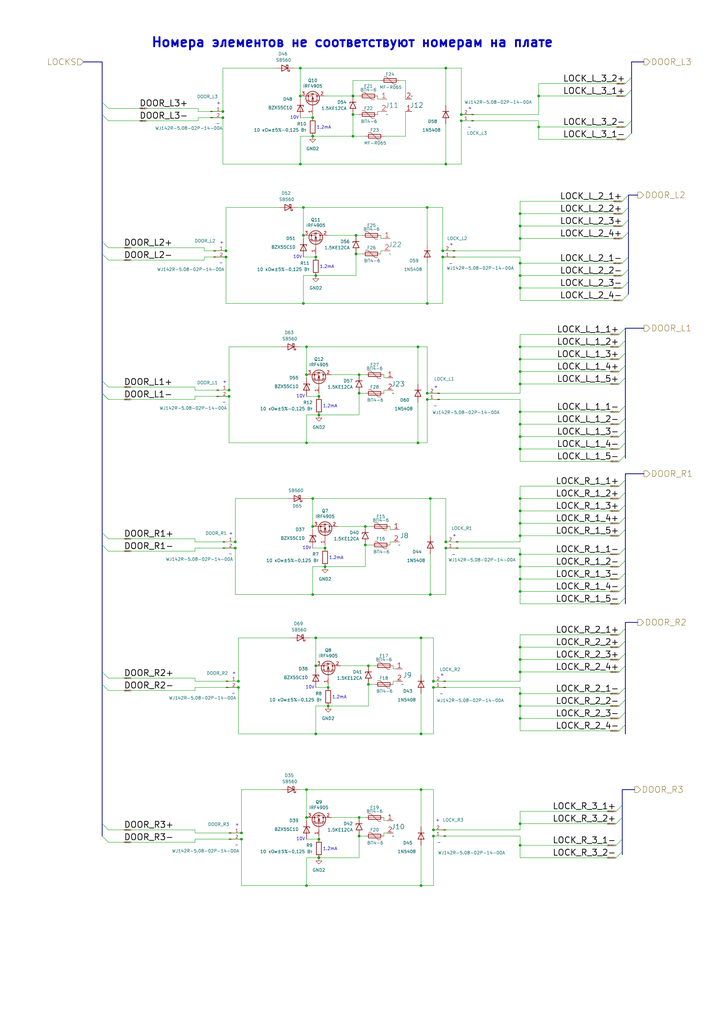
<source format=kicad_sch>
(kicad_sch (version 20250114) (generator "eeschema") (generator_version "9.0")
  (paper "A3" portrait)
  (text "+" (at 186.436 219.71 0) (effects (font (size 1.27 1.27))))
  (text "+" (at 192.786 44.45 0) (effects (font (size 1.27 1.27))))
  (text "-" (at 181.102 284.734 0) (effects (font (size 1.27 1.27))))
  (text "-" (at 90.678 107.95 0) (effects (font (size 1.27 1.27))))
  (text "+" (at 96.012 276.098 0) (effects (font (size 1.27 1.27))))
  (text "-" (at 95.758 284.48 0) (effects (font (size 1.27 1.27))))
  (text "-" (at 91.948 165.1 0) (effects (font (size 1.27 1.27))))
  (text "-" (at 94.488 227.33 0) (effects (font (size 1.27 1.27))))
  (text "+" (at 178.816 158.75 0) (effects (font (size 1.27 1.27))))
  (text "10V" (at 125.222 344.932 0) (effects (font (size 1.27 1.27)) (justify right bottom)))
  (text "+" (at 185.166 100.33 0) (effects (font (size 1.27 1.27))))
  (text "+" (at 97.282 338.328 0) (effects (font (size 1.27 1.27))))
  (text "1.2mA" (at 138.43 348.996 0) (effects (font (size 1.27 1.27)) (justify right bottom)))
  (text "10V" (at 125.222 163.322 0) (effects (font (size 1.27 1.27)) (justify right bottom)))
  (text "10V" (at 122.682 49.022 0) (effects (font (size 1.27 1.27)) (justify right bottom)))
  (text "-" (at 184.912 108.204 0) (effects (font (size 1.27 1.27))))
  (text "1.2mA" (at 140.97 229.616 0) (effects (font (size 1.27 1.27)) (justify right bottom)))
  (text "10V" (at 129.032 282.702 0) (effects (font (size 1.27 1.27)) (justify right bottom)))
  (text "10V" (at 127.762 225.552 0) (effects (font (size 1.27 1.27)) (justify right bottom)))
  (text "-" (at 97.028 346.71 0) (effects (font (size 1.27 1.27))))
  (text "+" (at 181.356 276.86 0) (effects (font (size 1.27 1.27))))
  (text "-" (at 192.532 52.324 0) (effects (font (size 1.27 1.27))))
  (text "+" (at 90.932 99.568 0) (effects (font (size 1.27 1.27))))
  (text "10V" (at 123.952 106.172 0) (effects (font (size 1.27 1.27)) (justify right bottom)))
  (text "1.2mA" (at 142.24 286.766 0) (effects (font (size 1.27 1.27)) (justify right bottom)))
  (text "Номера элементов не соответствуют номерам на плате" (at 144.526 17.526 0) (effects (font (size 3.81 3.81) (thickness 0.762) (bold yes))))
  (text "1.2mA" (at 137.16 110.236 0) (effects (font (size 1.27 1.27)) (justify right bottom)))
  (text "+" (at 92.202 156.718 0) (effects (font (size 1.27 1.27))))
  (text "+" (at 179.578 336.55 0) (effects (font (size 1.27 1.27))))
  (text "-" (at 178.562 166.624 0) (effects (font (size 1.27 1.27))))
  (text "+" (at 89.662 42.418 0) (effects (font (size 1.27 1.27))))
  (text "1.2mA" (at 138.43 167.386 0) (effects (font (size 1.27 1.27)) (justify right bottom)))
  (text "1.2mA" (at 135.89 53.086 0) (effects (font (size 1.27 1.27)) (justify right bottom)))
  (text "-" (at 186.182 227.584 0) (effects (font (size 1.27 1.27))))
  (text "+" (at 94.742 218.948 0) (effects (font (size 1.27 1.27))))
  (text "-" (at 180.086 345.694 0) (effects (font (size 1.27 1.27))))
  (text "-" (at 89.408 50.8 0) (effects (font (size 1.27 1.27))))
  (junction (at 172.72 363.22))
  (junction (at 123.19 67.31))
  (junction (at 213.36 284.48))
  (junction (at 93.98 162.56))
  (junction (at 134.62 289.56))
  (junction (at 213.36 152.4))
  (junction (at 125.73 335.28))
  (junction (at 124.46 96.52))
  (junction (at 213.36 275.59))
  (junction (at 129.54 113.03))
  (junction (at 96.52 224.79))
  (junction (at 125.73 323.85))
  (junction (at 125.73 142.24))
  (junction (at 147.32 161.29))
  (junction (at 213.36 147.32))
  (junction (at 128.27 48.26))
  (junction (at 213.36 168.91))
  (junction (at 182.88 222.25))
  (junction (at 129.54 273.05))
  (junction (at 130.81 170.18))
  (junction (at 213.36 92.71))
  (junction (at 96.52 222.25))
  (junction (at 182.88 224.79))
  (junction (at 213.36 294.64))
  (junction (at 124.46 85.09))
  (junction (at 130.81 351.79))
  (junction (at 213.36 242.57))
  (junction (at 177.8 342.9))
  (junction (at 172.72 261.62))
  (junction (at 147.32 153.67))
  (junction (at 177.8 281.94))
  (junction (at 175.26 161.29))
  (junction (at 213.36 232.41))
  (junction (at 175.26 124.46))
  (junction (at 92.71 102.87))
  (junction (at 99.06 344.17))
  (junction (at 181.61 105.41))
  (junction (at 128.27 55.88))
  (junction (at 146.05 104.14))
  (junction (at 123.19 27.94))
  (junction (at 213.36 214.63))
  (junction (at 213.36 173.99))
  (junction (at 147.32 342.9))
  (junction (at 172.72 300.99))
  (junction (at 213.36 142.24))
  (junction (at 182.88 67.31))
  (junction (at 91.44 48.26))
  (junction (at 172.72 323.85))
  (junction (at 129.54 105.41))
  (junction (at 124.46 124.46))
  (junction (at 189.23 49.53))
  (junction (at 213.36 184.15))
  (junction (at 134.62 281.94))
  (junction (at 147.32 335.28))
  (junction (at 213.36 270.51))
  (junction (at 171.45 142.24))
  (junction (at 125.73 153.67))
  (junction (at 213.36 346.71))
  (junction (at 133.35 224.79))
  (junction (at 171.45 181.61))
  (junction (at 97.79 279.4))
  (junction (at 181.61 102.87))
  (junction (at 213.36 179.07))
  (junction (at 213.36 107.95))
  (junction (at 213.36 87.63))
  (junction (at 130.81 344.17))
  (junction (at 144.78 55.88))
  (junction (at 175.26 85.09))
  (junction (at 128.27 243.84))
  (junction (at 133.35 232.41))
  (junction (at 213.36 219.71))
  (junction (at 213.36 204.47))
  (junction (at 99.06 341.63))
  (junction (at 128.27 215.9))
  (junction (at 220.98 39.37))
  (junction (at 213.36 237.49))
  (junction (at 93.98 160.02))
  (junction (at 144.78 39.37))
  (junction (at 146.05 96.52))
  (junction (at 213.36 157.48))
  (junction (at 213.36 289.56))
  (junction (at 125.73 181.61))
  (junction (at 213.36 337.82))
  (junction (at 182.88 27.94))
  (junction (at 125.73 363.22))
  (junction (at 92.71 105.41))
  (junction (at 149.86 215.9))
  (junction (at 213.36 113.03))
  (junction (at 213.36 227.33))
  (junction (at 91.44 45.72))
  (junction (at 129.54 261.62))
  (junction (at 176.53 204.47))
  (junction (at 177.8 340.36))
  (junction (at 129.54 300.99))
  (junction (at 128.27 204.47))
  (junction (at 149.86 223.52))
  (junction (at 176.53 243.84))
  (junction (at 123.19 39.37))
  (junction (at 189.23 46.99))
  (junction (at 144.78 46.99))
  (junction (at 213.36 265.43))
  (junction (at 213.36 209.55))
  (junction (at 213.36 118.11))
  (junction (at 177.8 279.4))
  (junction (at 151.13 273.05))
  (junction (at 151.13 280.67))
  (junction (at 175.26 163.83))
  (junction (at 220.98 52.07))
  (junction (at 213.36 97.79))
  (junction (at 97.79 281.94))
  (junction (at 130.81 162.56))
  (bus_entry (at 41.91 99.06) (size 2.54 2.54))
  (bus_entry (at 256.54 176.53) (size -2.54 2.54))
  (bus_entry (at 256.54 287.02) (size -2.54 2.54))
  (bus_entry (at 256.54 240.03) (size -2.54 2.54))
  (bus_entry (at 256.54 149.86) (size -2.54 2.54))
  (bus_entry (at 256.54 273.05) (size -2.54 2.54))
  (bus_entry (at 41.91 104.14) (size 2.54 2.54))
  (bus_entry (at 41.91 41.91) (size 2.54 2.54))
  (bus_entry (at 255.27 330.2) (size -2.54 2.54))
  (bus_entry (at 257.81 115.57) (size -2.54 2.54))
  (bus_entry (at 257.81 105.41) (size -2.54 2.54))
  (bus_entry (at 256.54 297.18) (size -2.54 2.54))
  (bus_entry (at 256.54 207.01) (size -2.54 2.54))
  (bus_entry (at 256.54 262.89) (size -2.54 2.54))
  (bus_entry (at 41.91 156.21) (size 2.54 2.54))
  (bus_entry (at 256.54 39.37) (size 2.54 -2.54))
  (bus_entry (at 256.54 257.81) (size -2.54 2.54))
  (bus_entry (at 256.54 234.95) (size -2.54 2.54))
  (bus_entry (at 256.54 52.07) (size 2.54 -2.54))
  (bus_entry (at 41.91 280.67) (size 2.54 2.54))
  (bus_entry (at 257.81 85.09) (size -2.54 2.54))
  (bus_entry (at 41.91 275.59) (size 2.54 2.54))
  (bus_entry (at 256.54 196.85) (size -2.54 2.54))
  (bus_entry (at 256.54 181.61) (size -2.54 2.54))
  (bus_entry (at 256.54 292.1) (size -2.54 2.54))
  (bus_entry (at 257.81 90.17) (size -2.54 2.54))
  (bus_entry (at 41.91 161.29) (size 2.54 2.54))
  (bus_entry (at 41.91 342.9) (size 2.54 2.54))
  (bus_entry (at 256.54 34.29) (size 2.54 -2.54))
  (bus_entry (at 256.54 224.79) (size -2.54 2.54))
  (bus_entry (at 257.81 110.49) (size -2.54 2.54))
  (bus_entry (at 256.54 217.17) (size -2.54 2.54))
  (bus_entry (at 257.81 95.25) (size -2.54 2.54))
  (bus_entry (at 257.81 80.01) (size -2.54 2.54))
  (bus_entry (at 257.81 120.65) (size -2.54 2.54))
  (bus_entry (at 41.91 46.99) (size 2.54 2.54))
  (bus_entry (at 255.27 349.25) (size -2.54 2.54))
  (bus_entry (at 256.54 139.7) (size -2.54 2.54))
  (bus_entry (at 256.54 166.37) (size -2.54 2.54))
  (bus_entry (at 255.27 344.17) (size -2.54 2.54))
  (bus_entry (at 256.54 171.45) (size -2.54 2.54))
  (bus_entry (at 256.54 281.94) (size -2.54 2.54))
  (bus_entry (at 256.54 212.09) (size -2.54 2.54))
  (bus_entry (at 255.27 335.28) (size -2.54 2.54))
  (bus_entry (at 256.54 245.11) (size -2.54 2.54))
  (bus_entry (at 256.54 57.15) (size 2.54 -2.54))
  (bus_entry (at 41.91 223.52) (size 2.54 2.54))
  (bus_entry (at 256.54 201.93) (size -2.54 2.54))
  (bus_entry (at 256.54 229.87) (size -2.54 2.54))
  (bus_entry (at 256.54 267.97) (size -2.54 2.54))
  (bus_entry (at 41.91 161.29) (size 2.54 2.54))
  (bus_entry (at 256.54 144.78) (size -2.54 2.54))
  (bus_entry (at 41.91 337.82) (size 2.54 2.54))
  (bus_entry (at 256.54 154.94) (size -2.54 2.54))
  (bus_entry (at 256.54 186.69) (size -2.54 2.54))
  (bus_entry (at 41.91 218.44) (size 2.54 2.54))
  (bus_entry (at 256.54 134.62) (size -2.54 2.54))
  (bus (pts (xy 257.81 80.01) (xy 261.62 80.01)))
  (wire (pts (xy 147.32 170.18) (xy 130.81 170.18)))
  (wire (pts (xy 177.8 300.99) (xy 177.8 281.94)))
  (wire (pts (xy 151.13 273.05) (xy 139.7 273.05)))
  (bus (pts (xy 41.91 280.67) (xy 41.91 337.82)))
  (wire (pts (xy 213.36 275.59) (xy 213.36 279.4)))
  (wire (pts (xy 80.01 344.17) (xy 99.06 344.17)))
  (wire (pts (xy 213.36 299.72) (xy 254 299.72)))
  (wire (pts (xy 213.36 163.83) (xy 175.26 163.83)))
  (wire (pts (xy 181.61 105.41) (xy 213.36 105.41)))
  (wire (pts (xy 161.29 274.32) (xy 162.56 274.32)))
  (wire (pts (xy 125.73 323.85) (xy 172.72 323.85)))
  (wire (pts (xy 147.32 153.67) (xy 135.89 153.67)))
  (wire (pts (xy 166.37 55.88) (xy 157.48 55.88)))
  (bus (pts (xy 41.91 218.44) (xy 41.91 223.52)))
  (bus (pts (xy 257.81 90.17) (xy 257.81 95.25)))
  (wire (pts (xy 80.01 163.83) (xy 80.01 162.56)))
  (wire (pts (xy 213.36 284.48) (xy 254 284.48)))
  (wire (pts (xy 147.32 161.29) (xy 147.32 170.18)))
  (bus (pts (xy 260.35 323.85) (xy 255.27 323.85)))
  (bus (pts (xy 41.91 104.14) (xy 41.91 156.21)))
  (wire (pts (xy 213.36 105.41) (xy 213.36 107.95)))
  (bus (pts (xy 264.16 134.62) (xy 256.54 134.62)))
  (wire (pts (xy 130.81 344.17) (xy 125.73 344.17)))
  (wire (pts (xy 129.54 105.41) (xy 124.46 105.41)))
  (wire (pts (xy 97.79 261.62) (xy 97.79 279.4)))
  (wire (pts (xy 182.88 50.8) (xy 182.88 67.31)))
  (wire (pts (xy 93.98 162.56) (xy 93.98 181.61)))
  (wire (pts (xy 213.36 87.63) (xy 213.36 92.71)))
  (wire (pts (xy 213.36 219.71) (xy 213.36 222.25)))
  (wire (pts (xy 172.72 261.62) (xy 172.72 276.86)))
  (wire (pts (xy 91.44 27.94) (xy 113.03 27.94)))
  (wire (pts (xy 149.86 342.9) (xy 147.32 342.9)))
  (bus (pts (xy 257.81 85.09) (xy 257.81 90.17)))
  (wire (pts (xy 99.06 323.85) (xy 99.06 341.63)))
  (wire (pts (xy 97.79 300.99) (xy 129.54 300.99)))
  (wire (pts (xy 123.19 55.88) (xy 123.19 67.31)))
  (wire (pts (xy 81.28 48.26) (xy 91.44 48.26)))
  (bus (pts (xy 256.54 166.37) (xy 256.54 171.45)))
  (wire (pts (xy 125.73 170.18) (xy 125.73 181.61)))
  (wire (pts (xy 213.36 270.51) (xy 254 270.51)))
  (wire (pts (xy 213.36 260.35) (xy 213.36 265.43)))
  (wire (pts (xy 162.56 279.4) (xy 161.29 279.4)))
  (wire (pts (xy 96.52 204.47) (xy 96.52 222.25)))
  (wire (pts (xy 252.73 351.79) (xy 213.36 351.79)))
  (wire (pts (xy 154.94 40.64) (xy 154.94 39.37)))
  (bus (pts (xy 256.54 134.62) (xy 256.54 139.7)))
  (wire (pts (xy 157.48 154.94) (xy 157.48 153.67)))
  (wire (pts (xy 220.98 52.07) (xy 220.98 49.53)))
  (bus (pts (xy 257.81 110.49) (xy 257.81 115.57)))
  (wire (pts (xy 177.8 363.22) (xy 177.8 342.9)))
  (wire (pts (xy 129.54 104.14) (xy 129.54 105.41)))
  (wire (pts (xy 172.72 300.99) (xy 177.8 300.99)))
  (bus (pts (xy 256.54 281.94) (xy 256.54 287.02)))
  (wire (pts (xy 213.36 275.59) (xy 254 275.59)))
  (wire (pts (xy 213.36 82.55) (xy 213.36 87.63)))
  (wire (pts (xy 80.01 340.36) (xy 80.01 341.63)))
  (bus (pts (xy 41.91 275.59) (xy 41.91 280.67)))
  (wire (pts (xy 80.01 283.21) (xy 80.01 281.94)))
  (wire (pts (xy 213.36 281.94) (xy 177.8 281.94)))
  (wire (pts (xy 153.67 273.05) (xy 151.13 273.05)))
  (wire (pts (xy 127 261.62) (xy 129.54 261.62)))
  (wire (pts (xy 80.01 158.75) (xy 80.01 160.02)))
  (bus (pts (xy 257.81 95.25) (xy 257.81 105.41)))
  (wire (pts (xy 128.27 48.26) (xy 123.19 48.26)))
  (wire (pts (xy 213.36 199.39) (xy 254 199.39)))
  (wire (pts (xy 175.26 107.95) (xy 175.26 124.46)))
  (wire (pts (xy 83.82 106.68) (xy 83.82 105.41)))
  (wire (pts (xy 157.48 154.94) (xy 158.75 154.94)))
  (wire (pts (xy 83.82 101.6) (xy 83.82 102.87)))
  (wire (pts (xy 213.36 279.4) (xy 177.8 279.4)))
  (wire (pts (xy 44.45 283.21) (xy 80.01 283.21)))
  (bus (pts (xy 256.54 262.89) (xy 256.54 267.97)))
  (wire (pts (xy 133.35 223.52) (xy 133.35 224.79)))
  (wire (pts (xy 91.44 67.31) (xy 123.19 67.31)))
  (wire (pts (xy 213.36 107.95) (xy 213.36 113.03)))
  (wire (pts (xy 213.36 168.91) (xy 213.36 163.83)))
  (wire (pts (xy 156.21 97.79) (xy 156.21 96.52)))
  (wire (pts (xy 44.45 226.06) (xy 80.01 226.06)))
  (wire (pts (xy 44.45 340.36) (xy 80.01 340.36)))
  (wire (pts (xy 213.36 173.99) (xy 213.36 168.91)))
  (wire (pts (xy 213.36 237.49) (xy 254 237.49)))
  (wire (pts (xy 144.78 33.02) (xy 144.78 39.37)))
  (wire (pts (xy 120.65 27.94) (xy 123.19 27.94)))
  (wire (pts (xy 134.62 281.94) (xy 129.54 281.94)))
  (wire (pts (xy 213.36 152.4) (xy 213.36 157.48)))
  (wire (pts (xy 93.98 142.24) (xy 93.98 160.02)))
  (wire (pts (xy 147.32 39.37) (xy 144.78 39.37)))
  (wire (pts (xy 125.73 335.28) (xy 125.73 336.55)))
  (wire (pts (xy 149.86 232.41) (xy 133.35 232.41)))
  (wire (pts (xy 256.54 34.29) (xy 220.98 34.29)))
  (wire (pts (xy 125.73 323.85) (xy 125.73 335.28)))
  (wire (pts (xy 213.36 289.56) (xy 213.36 284.48)))
  (wire (pts (xy 152.4 215.9) (xy 149.86 215.9)))
  (wire (pts (xy 81.28 44.45) (xy 81.28 45.72)))
  (wire (pts (xy 182.88 27.94) (xy 189.23 27.94)))
  (wire (pts (xy 92.71 85.09) (xy 92.71 102.87)))
  (wire (pts (xy 213.36 142.24) (xy 254 142.24)))
  (wire (pts (xy 80.01 279.4) (xy 97.79 279.4)))
  (bus (pts (xy 255.27 330.2) (xy 255.27 335.28)))
  (wire (pts (xy 80.01 160.02) (xy 93.98 160.02)))
  (bus (pts (xy 256.54 229.87) (xy 256.54 234.95)))
  (wire (pts (xy 151.13 280.67) (xy 151.13 289.56)))
  (wire (pts (xy 156.21 45.72) (xy 154.94 45.72)))
  (wire (pts (xy 213.36 199.39) (xy 213.36 204.47)))
  (wire (pts (xy 125.73 351.79) (xy 125.73 363.22)))
  (bus (pts (xy 256.54 207.01) (xy 256.54 212.09)))
  (wire (pts (xy 129.54 261.62) (xy 129.54 273.05)))
  (wire (pts (xy 80.01 345.44) (xy 80.01 344.17)))
  (wire (pts (xy 80.01 281.94) (xy 97.79 281.94)))
  (bus (pts (xy 256.54 144.78) (xy 256.54 149.86)))
  (bus (pts (xy 41.91 99.06) (xy 41.91 104.14)))
  (wire (pts (xy 123.19 323.85) (xy 125.73 323.85)))
  (wire (pts (xy 176.53 204.47) (xy 176.53 219.71)))
  (wire (pts (xy 181.61 102.87) (xy 181.61 85.09)))
  (wire (pts (xy 80.01 162.56) (xy 93.98 162.56)))
  (wire (pts (xy 213.36 97.79) (xy 255.27 97.79)))
  (wire (pts (xy 124.46 124.46) (xy 175.26 124.46)))
  (wire (pts (xy 160.02 217.17) (xy 160.02 215.9)))
  (wire (pts (xy 99.06 363.22) (xy 125.73 363.22)))
  (wire (pts (xy 213.36 152.4) (xy 254 152.4)))
  (wire (pts (xy 220.98 52.07) (xy 256.54 52.07)))
  (wire (pts (xy 176.53 243.84) (xy 182.88 243.84)))
  (wire (pts (xy 213.36 113.03) (xy 213.36 118.11)))
  (wire (pts (xy 130.81 351.79) (xy 125.73 351.79)))
  (wire (pts (xy 91.44 48.26) (xy 91.44 67.31)))
  (bus (pts (xy 41.91 337.82) (xy 41.91 342.9)))
  (wire (pts (xy 171.45 165.1) (xy 171.45 181.61)))
  (bus (pts (xy 264.16 25.4) (xy 259.08 25.4)))
  (wire (pts (xy 213.36 118.11) (xy 213.36 123.19)))
  (wire (pts (xy 213.36 270.51) (xy 213.36 275.59)))
  (wire (pts (xy 121.92 85.09) (xy 124.46 85.09)))
  (wire (pts (xy 175.26 85.09) (xy 175.26 100.33)))
  (wire (pts (xy 128.27 232.41) (xy 128.27 243.84)))
  (wire (pts (xy 213.36 289.56) (xy 254 289.56)))
  (bus (pts (xy 256.54 255.27) (xy 256.54 257.81)))
  (wire (pts (xy 130.81 161.29) (xy 130.81 162.56)))
  (wire (pts (xy 176.53 204.47) (xy 182.88 204.47)))
  (wire (pts (xy 220.98 34.29) (xy 220.98 39.37)))
  (wire (pts (xy 161.29 222.25) (xy 160.02 222.25)))
  (wire (pts (xy 129.54 261.62) (xy 172.72 261.62)))
  (bus (pts (xy 256.54 240.03) (xy 256.54 245.11)))
  (wire (pts (xy 144.78 55.88) (xy 128.27 55.88)))
  (wire (pts (xy 213.36 346.71) (xy 213.36 342.9)))
  (wire (pts (xy 161.29 279.4) (xy 161.29 280.67)))
  (wire (pts (xy 125.73 181.61) (xy 171.45 181.61)))
  (wire (pts (xy 80.01 278.13) (xy 80.01 279.4)))
  (wire (pts (xy 213.36 123.19) (xy 255.27 123.19)))
  (wire (pts (xy 83.82 102.87) (xy 92.71 102.87)))
  (wire (pts (xy 213.36 102.87) (xy 181.61 102.87)))
  (bus (pts (xy 256.54 267.97) (xy 256.54 273.05)))
  (wire (pts (xy 149.86 223.52) (xy 149.86 232.41)))
  (wire (pts (xy 213.36 214.63) (xy 254 214.63)))
  (wire (pts (xy 92.71 105.41) (xy 92.71 124.46)))
  (wire (pts (xy 213.36 179.07) (xy 213.36 173.99)))
  (wire (pts (xy 213.36 173.99) (xy 254 173.99)))
  (wire (pts (xy 213.36 222.25) (xy 182.88 222.25)))
  (wire (pts (xy 213.36 265.43) (xy 213.36 270.51)))
  (wire (pts (xy 213.36 107.95) (xy 255.27 107.95)))
  (wire (pts (xy 220.98 39.37) (xy 220.98 46.99)))
  (wire (pts (xy 129.54 289.56) (xy 129.54 300.99)))
  (wire (pts (xy 133.35 224.79) (xy 128.27 224.79)))
  (wire (pts (xy 213.36 92.71) (xy 255.27 92.71)))
  (wire (pts (xy 147.32 46.99) (xy 144.78 46.99)))
  (wire (pts (xy 154.94 40.64) (xy 156.21 40.64)))
  (wire (pts (xy 81.28 45.72) (xy 91.44 45.72)))
  (bus (pts (xy 41.91 161.29) (xy 41.91 218.44)))
  (wire (pts (xy 213.36 242.57) (xy 213.36 237.49)))
  (wire (pts (xy 44.45 163.83) (xy 80.01 163.83)))
  (wire (pts (xy 144.78 39.37) (xy 133.35 39.37)))
  (wire (pts (xy 129.54 273.05) (xy 129.54 274.32)))
  (bus (pts (xy 256.54 234.95) (xy 256.54 240.03)))
  (wire (pts (xy 182.88 27.94) (xy 182.88 43.18)))
  (wire (pts (xy 148.59 104.14) (xy 146.05 104.14)))
  (bus (pts (xy 41.91 25.4) (xy 41.91 41.91)))
  (bus (pts (xy 34.29 25.4) (xy 41.91 25.4)))
  (wire (pts (xy 213.36 184.15) (xy 254 184.15)))
  (wire (pts (xy 166.37 33.02) (xy 163.83 33.02)))
  (wire (pts (xy 161.29 274.32) (xy 161.29 273.05)))
  (wire (pts (xy 93.98 142.24) (xy 115.57 142.24)))
  (wire (pts (xy 213.36 147.32) (xy 213.36 142.24)))
  (wire (pts (xy 213.36 147.32) (xy 213.36 152.4)))
  (bus (pts (xy 256.54 196.85) (xy 256.54 201.93)))
  (wire (pts (xy 152.4 223.52) (xy 149.86 223.52)))
  (bus (pts (xy 256.54 217.17) (xy 256.54 224.79)))
  (wire (pts (xy 175.26 85.09) (xy 181.61 85.09)))
  (wire (pts (xy 213.36 294.64) (xy 254 294.64)))
  (wire (pts (xy 157.48 336.55) (xy 157.48 335.28)))
  (wire (pts (xy 213.36 168.91) (xy 254 168.91)))
  (bus (pts (xy 257.81 105.41) (xy 257.81 110.49)))
  (wire (pts (xy 124.46 85.09) (xy 175.26 85.09)))
  (wire (pts (xy 172.72 323.85) (xy 177.8 323.85)))
  (wire (pts (xy 175.26 161.29) (xy 175.26 142.24)))
  (wire (pts (xy 181.61 124.46) (xy 181.61 105.41)))
  (wire (pts (xy 213.36 232.41) (xy 213.36 227.33)))
  (wire (pts (xy 144.78 55.88) (xy 149.86 55.88)))
  (bus (pts (xy 256.54 194.31) (xy 264.16 194.31)))
  (wire (pts (xy 80.01 220.98) (xy 80.01 222.25)))
  (wire (pts (xy 80.01 226.06) (xy 80.01 224.79)))
  (wire (pts (xy 123.19 67.31) (xy 182.88 67.31)))
  (wire (pts (xy 125.73 153.67) (xy 125.73 154.94)))
  (wire (pts (xy 125.73 204.47) (xy 128.27 204.47)))
  (wire (pts (xy 171.45 142.24) (xy 171.45 157.48)))
  (bus (pts (xy 257.81 115.57) (xy 257.81 120.65)))
  (wire (pts (xy 97.79 281.94) (xy 97.79 300.99)))
  (wire (pts (xy 80.01 222.25) (xy 96.52 222.25)))
  (wire (pts (xy 92.71 124.46) (xy 124.46 124.46)))
  (wire (pts (xy 220.98 57.15) (xy 256.54 57.15)))
  (wire (pts (xy 128.27 204.47) (xy 176.53 204.47)))
  (wire (pts (xy 213.36 227.33) (xy 254 227.33)))
  (wire (pts (xy 134.62 289.56) (xy 129.54 289.56)))
  (wire (pts (xy 157.48 341.63) (xy 157.48 342.9)))
  (bus (pts (xy 256.54 257.81) (xy 256.54 262.89)))
  (wire (pts (xy 213.36 260.35) (xy 254 260.35)))
  (wire (pts (xy 213.36 299.72) (xy 213.36 294.64)))
  (wire (pts (xy 148.59 96.52) (xy 146.05 96.52)))
  (wire (pts (xy 125.73 142.24) (xy 171.45 142.24)))
  (wire (pts (xy 213.36 92.71) (xy 213.36 97.79)))
  (wire (pts (xy 252.73 346.71) (xy 213.36 346.71)))
  (wire (pts (xy 130.81 170.18) (xy 125.73 170.18)))
  (wire (pts (xy 44.45 44.45) (xy 81.28 44.45)))
  (wire (pts (xy 44.45 49.53) (xy 81.28 49.53)))
  (wire (pts (xy 96.52 204.47) (xy 118.11 204.47)))
  (wire (pts (xy 213.36 209.55) (xy 254 209.55)))
  (wire (pts (xy 130.81 162.56) (xy 125.73 162.56)))
  (wire (pts (xy 146.05 104.14) (xy 146.05 113.03)))
  (wire (pts (xy 189.23 49.53) (xy 220.98 49.53)))
  (bus (pts (xy 256.54 171.45) (xy 256.54 176.53)))
  (wire (pts (xy 157.48 160.02) (xy 157.48 161.29)))
  (wire (pts (xy 213.36 337.82) (xy 213.36 340.36)))
  (wire (pts (xy 83.82 105.41) (xy 92.71 105.41)))
  (wire (pts (xy 213.36 242.57) (xy 254 242.57)))
  (wire (pts (xy 252.73 332.74) (xy 213.36 332.74)))
  (wire (pts (xy 128.27 46.99) (xy 128.27 48.26)))
  (bus (pts (xy 256.54 181.61) (xy 256.54 186.69)))
  (bus (pts (xy 259.08 36.83) (xy 259.08 49.53)))
  (bus (pts (xy 256.54 245.11) (xy 256.54 247.65)))
  (wire (pts (xy 151.13 289.56) (xy 134.62 289.56)))
  (wire (pts (xy 172.72 284.48) (xy 172.72 300.99)))
  (wire (pts (xy 252.73 337.82) (xy 213.36 337.82)))
  (bus (pts (xy 41.91 41.91) (xy 41.91 46.99)))
  (wire (pts (xy 213.36 342.9) (xy 177.8 342.9)))
  (wire (pts (xy 154.94 45.72) (xy 154.94 46.99)))
  (wire (pts (xy 80.01 341.63) (xy 99.06 341.63)))
  (wire (pts (xy 213.36 87.63) (xy 255.27 87.63)))
  (wire (pts (xy 171.45 181.61) (xy 175.26 181.61)))
  (wire (pts (xy 123.19 39.37) (xy 123.19 40.64)))
  (wire (pts (xy 124.46 96.52) (xy 124.46 97.79)))
  (wire (pts (xy 123.19 27.94) (xy 182.88 27.94)))
  (wire (pts (xy 213.36 157.48) (xy 213.36 161.29)))
  (wire (pts (xy 158.75 160.02) (xy 157.48 160.02)))
  (wire (pts (xy 213.36 189.23) (xy 254 189.23)))
  (wire (pts (xy 172.72 363.22) (xy 177.8 363.22)))
  (wire (pts (xy 176.53 227.33) (xy 176.53 243.84)))
  (wire (pts (xy 156.21 102.87) (xy 156.21 104.14)))
  (wire (pts (xy 166.37 33.02) (xy 166.37 40.64)))
  (wire (pts (xy 213.36 284.48) (xy 213.36 281.94)))
  (wire (pts (xy 129.54 300.99) (xy 172.72 300.99)))
  (wire (pts (xy 128.27 204.47) (xy 128.27 215.9)))
  (wire (pts (xy 213.36 247.65) (xy 254 247.65)))
  (bus (pts (xy 256.54 287.02) (xy 256.54 292.1)))
  (bus (pts (xy 256.54 139.7) (xy 256.54 144.78)))
  (wire (pts (xy 213.36 209.55) (xy 213.36 214.63)))
  (bus (pts (xy 256.54 149.86) (xy 256.54 154.94)))
  (bus (pts (xy 259.08 31.75) (xy 259.08 36.83)))
  (wire (pts (xy 213.36 204.47) (xy 254 204.47)))
  (wire (pts (xy 128.27 232.41) (xy 133.35 232.41)))
  (wire (pts (xy 172.72 261.62) (xy 177.8 261.62)))
  (wire (pts (xy 213.36 219.71) (xy 254 219.71)))
  (wire (pts (xy 93.98 181.61) (xy 125.73 181.61)))
  (wire (pts (xy 160.02 222.25) (xy 160.02 223.52)))
  (wire (pts (xy 147.32 351.79) (xy 130.81 351.79)))
  (wire (pts (xy 80.01 224.79) (xy 96.52 224.79)))
  (wire (pts (xy 177.8 279.4) (xy 177.8 261.62)))
  (wire (pts (xy 44.45 106.68) (xy 83.82 106.68)))
  (bus (pts (xy 256.54 255.27) (xy 261.62 255.27)))
  (wire (pts (xy 182.88 222.25) (xy 182.88 204.47)))
  (bus (pts (xy 259.08 25.4) (xy 259.08 31.75)))
  (bus (pts (xy 256.54 273.05) (xy 256.54 281.94)))
  (wire (pts (xy 147.32 342.9) (xy 147.32 351.79)))
  (bus (pts (xy 256.54 186.69) (xy 256.54 187.96)))
  (bus (pts (xy 256.54 212.09) (xy 256.54 217.17)))
  (wire (pts (xy 44.45 220.98) (xy 80.01 220.98)))
  (wire (pts (xy 96.52 243.84) (xy 128.27 243.84)))
  (bus (pts (xy 256.54 292.1) (xy 256.54 297.18)))
  (wire (pts (xy 128.27 243.84) (xy 176.53 243.84)))
  (wire (pts (xy 156.21 97.79) (xy 157.48 97.79)))
  (wire (pts (xy 213.36 113.03) (xy 255.27 113.03)))
  (wire (pts (xy 44.45 278.13) (xy 80.01 278.13)))
  (wire (pts (xy 213.36 118.11) (xy 255.27 118.11)))
  (wire (pts (xy 81.28 49.53) (xy 81.28 48.26)))
  (wire (pts (xy 213.36 142.24) (xy 213.36 137.16)))
  (wire (pts (xy 213.36 179.07) (xy 254 179.07)))
  (wire (pts (xy 213.36 351.79) (xy 213.36 346.71)))
  (wire (pts (xy 172.72 323.85) (xy 172.72 339.09)))
  (wire (pts (xy 213.36 97.79) (xy 213.36 102.87)))
  (wire (pts (xy 44.45 345.44) (xy 80.01 345.44)))
  (wire (pts (xy 128.27 215.9) (xy 128.27 217.17)))
  (wire (pts (xy 220.98 52.07) (xy 220.98 57.15)))
  (wire (pts (xy 124.46 85.09) (xy 124.46 96.52)))
  (bus (pts (xy 255.27 349.25) (xy 255.27 350.52)))
  (wire (pts (xy 175.26 124.46) (xy 181.61 124.46)))
  (wire (pts (xy 177.8 340.36) (xy 177.8 323.85)))
  (wire (pts (xy 157.48 102.87) (xy 156.21 102.87)))
  (bus (pts (xy 255.27 344.17) (xy 255.27 349.25)))
  (wire (pts (xy 213.36 232.41) (xy 254 232.41)))
  (wire (pts (xy 213.36 340.36) (xy 177.8 340.36)))
  (wire (pts (xy 99.06 323.85) (xy 115.57 323.85)))
  (bus (pts (xy 256.54 176.53) (xy 256.54 181.61)))
  (bus (pts (xy 256.54 194.31) (xy 256.54 196.85)))
  (wire (pts (xy 99.06 344.17) (xy 99.06 363.22)))
  (wire (pts (xy 123.19 142.24) (xy 125.73 142.24)))
  (wire (pts (xy 213.36 204.47) (xy 213.36 209.55)))
  (wire (pts (xy 158.75 341.63) (xy 157.48 341.63)))
  (bus (pts (xy 255.27 335.28) (xy 255.27 344.17)))
  (wire (pts (xy 213.36 189.23) (xy 213.36 184.15)))
  (wire (pts (xy 160.02 217.17) (xy 161.29 217.17)))
  (bus (pts (xy 255.27 323.85) (xy 255.27 330.2)))
  (bus (pts (xy 256.54 201.93) (xy 256.54 207.01)))
  (wire (pts (xy 123.19 27.94) (xy 123.19 39.37)))
  (wire (pts (xy 213.36 184.15) (xy 213.36 179.07)))
  (wire (pts (xy 146.05 113.03) (xy 129.54 113.03)))
  (wire (pts (xy 213.36 214.63) (xy 213.36 219.71)))
  (wire (pts (xy 153.67 280.67) (xy 151.13 280.67)))
  (wire (pts (xy 213.36 247.65) (xy 213.36 242.57)))
  (wire (pts (xy 166.37 45.72) (xy 166.37 55.88)))
  (wire (pts (xy 130.81 342.9) (xy 130.81 344.17)))
  (wire (pts (xy 134.62 280.67) (xy 134.62 281.94)))
  (wire (pts (xy 213.36 82.55) (xy 255.27 82.55)))
  (wire (pts (xy 97.79 261.62) (xy 119.38 261.62)))
  (wire (pts (xy 213.36 157.48) (xy 254 157.48)))
  (bus (pts (xy 256.54 297.18) (xy 256.54 300.99)))
  (wire (pts (xy 172.72 346.71) (xy 172.72 363.22)))
  (wire (pts (xy 149.86 215.9) (xy 138.43 215.9)))
  (wire (pts (xy 156.21 33.02) (xy 144.78 33.02)))
  (bus (pts (xy 256.54 224.79) (xy 256.54 229.87)))
  (bus (pts (xy 41.91 156.21) (xy 41.91 161.29)))
  (bus (pts (xy 259.08 49.53) (xy 259.08 54.61)))
  (wire (pts (xy 146.05 96.52) (xy 134.62 96.52)))
  (wire (pts (xy 213.36 332.74) (xy 213.36 337.82)))
  (wire (pts (xy 171.45 142.24) (xy 175.26 142.24)))
  (bus (pts (xy 257.81 80.01) (xy 257.81 85.09)))
  (wire (pts (xy 91.44 27.94) (xy 91.44 45.72)))
  (wire (pts (xy 157.48 336.55) (xy 158.75 336.55)))
  (wire (pts (xy 189.23 46.99) (xy 189.23 27.94)))
  (wire (pts (xy 124.46 113.03) (xy 124.46 124.46)))
  (wire (pts (xy 213.36 224.79) (xy 213.36 227.33)))
  (wire (pts (xy 182.88 67.31) (xy 189.23 67.31)))
  (wire (pts (xy 189.23 67.31) (xy 189.23 49.53)))
  (wire (pts (xy 213.36 237.49) (xy 213.36 232.41)))
  (wire (pts (xy 213.36 147.32) (xy 254 147.32)))
  (bus (pts (xy 41.91 46.99) (xy 41.91 99.06)))
  (wire (pts (xy 125.73 363.22) (xy 172.72 363.22)))
  (wire (pts (xy 44.45 101.6) (xy 83.82 101.6)))
  (wire (pts (xy 182.88 243.84) (xy 182.88 224.79)))
  (wire (pts (xy 175.26 161.29) (xy 213.36 161.29)))
  (wire (pts (xy 213.36 137.16) (xy 254 137.16)))
  (bus (pts (xy 256.54 154.94) (xy 256.54 166.37)))
  (wire (pts (xy 213.36 265.43) (xy 254 265.43)))
  (wire (pts (xy 182.88 224.79) (xy 213.36 224.79)))
  (wire (pts (xy 220.98 39.37) (xy 256.54 39.37)))
  (wire (pts (xy 175.26 181.61) (xy 175.26 163.83)))
  (wire (pts (xy 147.32 335.28) (xy 135.89 335.28)))
  (wire (pts (xy 128.27 55.88) (xy 123.19 55.88)))
  (wire (pts (xy 149.86 153.67) (xy 147.32 153.67)))
  (wire (pts (xy 149.86 335.28) (xy 147.32 335.28)))
  (wire (pts (xy 44.45 158.75) (xy 80.01 158.75)))
  (wire (pts (xy 96.52 224.79) (xy 96.52 243.84)))
  (bus (pts (xy 41.91 223.52) (xy 41.91 275.59)))
  (wire (pts (xy 144.78 46.99) (xy 144.78 55.88)))
  (wire (pts (xy 125.73 142.24) (xy 125.73 153.67)))
  (wire (pts (xy 92.71 85.09) (xy 114.3 85.09)))
  (wire (pts (xy 149.86 161.29) (xy 147.32 161.29)))
  (wire (pts (xy 220.98 46.99) (xy 189.23 46.99)))
  (wire (pts (xy 213.36 294.64) (xy 213.36 289.56)))
  (wire (pts (xy 129.54 113.03) (xy 124.46 113.03)))
  (label "LOCK_L_1_5-" (at 254 189.23 180) (effects (font (size 2.5 2.5) (thickness 0.3125))))
  (label "LOCK_R_1_3+" (at 254 209.55 180) (effects (font (size 2.5 2.5) (thickness 0.3125))))
  (label "DOOR_L1-" (at 50.8 163.83 0) (effects (font (size 2.5 2.5) (thickness 0.3125))))
  (label "LOCK_R_1_1+" (at 254 199.39 180) (effects (font (size 2.5 2.5) (thickness 0.3125))))
  (label "LOCK_L_1_3+" (at 254 147.32 180) (effects (font (size 2.5 2.5) (thickness 0.3125))))
  (label "LOCK_L_1_1-" (at 254 168.91 180) (effects (font (size 2.5 2.5) (thickness 0.3125))))
  (label "LOCK_L_2_1+" (at 255.27 82.55 180) (effects (font (size 2.5 2.5) (thickness 0.3125))))
  (label "LOCK_R_1_5-" (at 254 247.65 180) (effects (font (size 2.5 2.5) (thickness 0.3125))))
  (label "DOOR_L3-" (at 57.15 49.53 0) (effects (font (size 2.5 2.5) (thickness 0.3125))))
  (label "LOCK_R_3_2+" (at 252.73 337.82 180) (effects (font (size 2.5 2.5) (thickness 0.3125))))
  (label "LOCK_L_3_1-" (at 256.54 57.15 180) (effects (font (size 2.5 2.5) (thickness 0.3125))))
  (label "DOOR_R3+" (at 50.8 340.36 0) (effects (font (size 2.5 2.5) (thickness 0.3125))))
  (label "LOCK_L_1_4+" (at 254 152.4 180) (effects (font (size 2.5 2.5) (thickness 0.3125))))
  (label "DOOR_L1+" (at 50.8 158.75 0) (effects (font (size 2.5 2.5) (thickness 0.3125))))
  (label "LOCK_R_1_1-" (at 254 227.33 180) (effects (font (size 2.5 2.5) (thickness 0.3125))))
  (label "LOCK_L_3_2+" (at 256.54 34.29 180) (effects (font (size 2.5 2.5) (thickness 0.3125))))
  (label "DOOR_R2-" (at 50.8 283.21 0) (effects (font (size 2.5 2.5) (thickness 0.3125))))
  (label "LOCK_R_1_5+" (at 254 219.71 180) (effects (font (size 2.5 2.5) (thickness 0.3125))))
  (label "LOCK_R_1_4+" (at 254 214.63 180) (effects (font (size 2.5 2.5) (thickness 0.3125))))
  (label "LOCK_L_1_3-" (at 254 179.07 180) (effects (font (size 2.5 2.5) (thickness 0.3125))))
  (label "DOOR_R1-" (at 50.8 226.06 0) (effects (font (size 2.5 2.5) (thickness 0.3125))))
  (label "LOCK_L_1_5+" (at 254 157.48 180) (effects (font (size 2.5 2.5) (thickness 0.3125))))
  (label "DOOR_L3+" (at 57.15 44.45 0) (effects (font (size 2.5 2.5) (thickness 0.3125))))
  (label "LOCK_L_1_1+" (at 254 137.16 180) (effects (font (size 2.5 2.5) (thickness 0.3125))))
  (label "DOOR_R1+" (at 50.8 220.98 0) (effects (font (size 2.5 2.5) (thickness 0.3125))))
  (label "LOCK_R_3_2-" (at 252.73 351.79 180) (effects (font (size 2.5 2.5) (thickness 0.3125))))
  (label "LOCK_R_2_3-" (at 254 294.64 180) (effects (font (size 2.5 2.5) (thickness 0.3125))))
  (label "LOCK_L_2_4+" (at 255.27 97.79 180) (effects (font (size 2.5 2.5) (thickness 0.3125))))
  (label "LOCK_R_3_1-" (at 252.73 346.71 180) (effects (font (size 2.5 2.5) (thickness 0.3125))))
  (label "LOCK_L_1_2+" (at 254 142.24 180) (effects (font (size 2.5 2.5) (thickness 0.3125))))
  (label "LOCK_L_2_2+" (at 255.27 87.63 180) (effects (font (size 2.5 2.5) (thickness 0.3125))))
  (label "LOCK_L_3_2-" (at 256.54 52.07 180) (effects (font (size 2.5 2.5) (thickness 0.3125))))
  (label "LOCK_R_1_2+" (at 254 204.47 180) (effects (font (size 2.5 2.5) (thickness 0.3125))))
  (label "LOCK_R_1_3-" (at 254 237.49 180) (effects (font (size 2.5 2.5) (thickness 0.3125))))
  (label "DOOR_L2+" (at 50.8 101.6 0) (effects (font (size 2.5 2.5) (thickness 0.3125))))
  (label "LOCK_R_1_4-" (at 254 242.57 180) (effects (font (size 2.5 2.5) (thickness 0.3125))))
  (label "LOCK_L_2_1-" (at 255.27 107.95 180) (effects (font (size 2.5 2.5) (thickness 0.3125))))
  (label "DOOR_L2-" (at 50.8 106.68 0) (effects (font (size 2.5 2.5) (thickness 0.3125))))
  (label "LOCK_L_1_4-" (at 254 184.15 180) (effects (font (size 2.5 2.5) (thickness 0.3125))))
  (label "LOCK_R_2_1+" (at 254 260.35 180) (effects (font (size 2.5 2.5) (thickness 0.3125))))
  (label "DOOR_R2+" (at 50.8 278.13 0) (effects (font (size 2.5 2.5) (thickness 0.3125))))
  (label "LOCK_R_2_1-" (at 254 284.48 180) (effects (font (size 2.5 2.5) (thickness 0.3125))))
  (label "LOCK_R_2_4+" (at 254 275.59 180) (effects (font (size 2.5 2.5) (thickness 0.3125))))
  (label "LOCK_R_1_2-" (at 254 232.41 180) (effects (font (size 2.5 2.5) (thickness 0.3125))))
  (label "LOCK_R_2_4-" (at 254 299.72 180) (effects (font (size 2.5 2.5) (thickness 0.3125))))
  (label "LOCK_R_2_3+" (at 254 270.51 180) (effects (font (size 2.5 2.5) (thickness 0.3125))))
  (label "LOCK_L_2_3+" (at 255.27 92.71 180) (effects (font (size 2.5 2.5) (thickness 0.3125))))
  (label "LOCK_L_1_2-" (at 254 173.99 180) (effects (font (size 2.5 2.5) (thickness 0.3125))))
  (label "LOCK_R_2_2-" (at 254 289.56 180) (effects (font (size 2.5 2.5) (thickness 0.3125))))
  (label "LOCK_R_3_1+" (at 252.73 332.74 180) (effects (font (size 2.5 2.5) (thickness 0.3125))))
  (label "DOOR_R3-" (at 50.8 345.44 0) (effects (font (size 2.5 2.5) (thickness 0.3125))))
  (label "LOCK_L_3_1+" (at 256.54 39.37 180) (effects (font (size 2.5 2.5) (thickness 0.3125))))
  (label "LOCK_R_2_2+" (at 254 265.43 180) (effects (font (size 2.5 2.5) (thickness 0.3125))))
  (label "LOCK_L_2_2-" (at 255.27 113.03 180) (effects (font (size 2.5 2.5) (thickness 0.3125))))
  (label "LOCK_L_2_3-" (at 255.27 118.11 180) (effects (font (size 2.5 2.5) (thickness 0.3125))))
  (label "LOCK_L_2_4-" (at 255.27 123.19 180) (effects (font (size 2.5 2.5) (thickness 0.3125))))
  (global_label "LOCK_L_3_1+" (shape input) (at 256.54 39.37 180) (effects (font (size 0.3 0.3))) (property "Intersheetrefs" "${INTERSHEET_REFS}" (effects (hide yes))))
  (global_label "LOCK_R_1_1+" (shape input) (at 254 199.39 180) (effects (font (size 0.3 0.3))) (property "Intersheetrefs" "${INTERSHEET_REFS}" (effects (hide yes))))
  (global_label "LOCK_R_1_3+" (shape input) (at 254 209.55 180) (effects (font (size 0.3 0.3))) (property "Intersheetrefs" "${INTERSHEET_REFS}" (effects (hide yes))))
  (global_label "LOCK_L_2_2-" (shape input) (at 255.27 113.03 180) (effects (font (size 0.3 0.3))) (property "Intersheetrefs" "${INTERSHEET_REFS}" (effects (hide yes))))
  (global_label "LOCK_R_1_2-" (shape input) (at 254 232.41 180) (effects (font (size 0.3 0.3))) (property "Intersheetrefs" "${INTERSHEET_REFS}" (effects (hide yes))))
  (global_label "LOCK_L_1_2-" (shape input) (at 254 173.99 180) (effects (font (size 0.3 0.3))) (property "Intersheetrefs" "${INTERSHEET_REFS}" (effects (hide yes))))
  (global_label "LOCK_L_3_2-" (shape input) (at 256.54 52.07 180) (effects (font (size 0.3 0.3))) (property "Intersheetrefs" "${INTERSHEET_REFS}" (effects (hide yes))))
  (global_label "LOCK_L_1_2+" (shape input) (at 254 142.24 180) (effects (font (size 0.3 0.3))) (property "Intersheetrefs" "${INTERSHEET_REFS}" (effects (hide yes))))
  (global_label "LOCK_L_2_1-" (shape input) (at 255.27 107.95 180) (effects (font (size 0.3 0.3))) (property "Intersheetrefs" "${INTERSHEET_REFS}" (effects (hide yes))))
  (global_label "LOCK_R_2_2+" (shape input) (at 254 265.43 180) (effects (font (size 0.3 0.3))) (property "Intersheetrefs" "${INTERSHEET_REFS}" (effects (hide yes))))
  (global_label "DOOR_L3-" (shape input) (at 50.8 163.83 0) (effects (font (size 0.3 0.3))) (property "Intersheetrefs" "${INTERSHEET_REFS}" (effects (hide yes))))
  (global_label "DOOR_R1+" (shape input) (at 50.8 220.98 0) (effects (font (size 0.3 0.3))) (property "Intersheetrefs" "${INTERSHEET_REFS}" (effects (hide yes))))
  (global_label "LOCK_L_1_1+" (shape input) (at 254 137.16 180) (effects (font (size 0.3 0.3))) (property "Intersheetrefs" "${INTERSHEET_REFS}" (effects (hide yes))))
  (global_label "LOCK_L_1_4-" (shape input) (at 254 184.15 180) (effects (font (size 0.3 0.3))) (property "Intersheetrefs" "${INTERSHEET_REFS}" (effects (hide yes))))
  (global_label "LOCK_R_2_1-" (shape input) (at 254 284.48 180) (effects (font (size 0.3 0.3))) (property "Intersheetrefs" "${INTERSHEET_REFS}" (effects (hide yes))))
  (global_label "LOCK_L_2_3+" (shape input) (at 255.27 92.71 180) (effects (font (size 0.3 0.3))) (property "Intersheetrefs" "${INTERSHEET_REFS}" (effects (hide yes))))
  (global_label "LOCK_R_3_1+" (shape input) (at 252.73 332.74 180) (effects (font (size 0.3 0.3))) (property "Intersheetrefs" "${INTERSHEET_REFS}" (effects (hide yes))))
  (global_label "LOCK_R_3_2+" (shape input) (at 252.73 337.82 180) (effects (font (size 0.3 0.3))) (property "Intersheetrefs" "${INTERSHEET_REFS}" (effects (hide yes))))
  (global_label "LOCK_R_3_1-" (shape input) (at 252.73 346.71 180) (effects (font (size 0.3 0.3))) (property "Intersheetrefs" "${INTERSHEET_REFS}" (effects (hide yes))))
  (global_label "LOCK_L_1_4+" (shape input) (at 254 152.4 180) (effects (font (size 0.3 0.3))) (property "Intersheetrefs" "${INTERSHEET_REFS}" (effects (hide yes))))
  (global_label "LOCK_R_3_2-" (shape input) (at 252.73 351.79 180) (effects (font (size 0.3 0.3))) (property "Intersheetrefs" "${INTERSHEET_REFS}" (effects (hide yes))))
  (global_label "LOCK_L_3_1-" (shape input) (at 256.54 57.15 180) (effects (font (size 0.3 0.3))) (property "Intersheetrefs" "${INTERSHEET_REFS}" (effects (hide yes))))
  (global_label "LOCK_L_1_3-" (shape input) (at 254 179.07 180) (effects (font (size 0.3 0.3))) (property "Intersheetrefs" "${INTERSHEET_REFS}" (effects (hide yes))))
  (global_label "DOOR_R3-" (shape input) (at 50.8 345.44 0) (effects (font (size 0.3 0.3))) (property "Intersheetrefs" "${INTERSHEET_REFS}" (effects (hide yes))))
  (global_label "DOOR_L3+" (shape input) (at 50.8 158.75 0) (effects (font (size 0.3 0.3))) (property "Intersheetrefs" "${INTERSHEET_REFS}" (effects (hide yes))))
  (global_label "LOCK_L_2_4-" (shape input) (at 255.27 123.19 180) (effects (font (size 0.3 0.3))) (property "Intersheetrefs" "${INTERSHEET_REFS}" (effects (hide yes))))
  (global_label "DOOR_L3-" (shape input) (at 57.15 49.53 0) (effects (font (size 0.3 0.3))) (property "Intersheetrefs" "${INTERSHEET_REFS}" (effects (hide yes))))
  (global_label "DOOR_L3+" (shape input) (at 57.15 44.45 0) (effects (font (size 0.3 0.3))) (property "Intersheetrefs" "${INTERSHEET_REFS}" (effects (hide yes))))
  (global_label "LOCK_L_2_1+" (shape input) (at 255.27 82.55 180) (effects (font (size 0.3 0.3))) (property "Intersheetrefs" "${INTERSHEET_REFS}" (effects (hide yes))))
  (global_label "LOCK_R_2_3-" (shape input) (at 254 294.64 180) (effects (font (size 0.3 0.3))) (property "Intersheetrefs" "${INTERSHEET_REFS}" (effects (hide yes))))
  (global_label "LOCK_R_1_1-" (shape input) (at 254 227.33 180) (effects (font (size 0.3 0.3))) (property "Intersheetrefs" "${INTERSHEET_REFS}" (effects (hide yes))))
  (global_label "LOCK_L_2_2+" (shape input) (at 255.27 87.63 180) (effects (font (size 0.3 0.3))) (property "Intersheetrefs" "${INTERSHEET_REFS}" (effects (hide yes))))
  (global_label "DOOR_L2-" (shape input) (at 50.8 106.68 0) (effects (font (size 0.3 0.3))) (property "Intersheetrefs" "${INTERSHEET_REFS}" (effects (hide yes))))
  (global_label "LOCK_L_2_3-" (shape input) (at 255.27 118.11 180) (effects (font (size 0.3 0.3))) (property "Intersheetrefs" "${INTERSHEET_REFS}" (effects (hide yes))))
  (global_label "LOCK_R_1_2+" (shape input) (at 254 204.47 180) (effects (font (size 0.3 0.3))) (property "Intersheetrefs" "${INTERSHEET_REFS}" (effects (hide yes))))
  (global_label "LOCK_R_1_4-" (shape input) (at 254 242.57 180) (effects (font (size 0.3 0.3))) (property "Intersheetrefs" "${INTERSHEET_REFS}" (effects (hide yes))))
  (global_label "LOCK_L_1_5+" (shape input) (at 254 157.48 180) (effects (font (size 0.3 0.3))) (property "Intersheetrefs" "${INTERSHEET_REFS}" (effects (hide yes))))
  (global_label "LOCK_R_2_4-" (shape input) (at 254 299.72 180) (effects (font (size 0.3 0.3))) (property "Intersheetrefs" "${INTERSHEET_REFS}" (effects (hide yes))))
  (global_label "LOCK_R_2_4+" (shape input) (at 254 275.59 180) (effects (font (size 0.3 0.3))) (property "Intersheetrefs" "${INTERSHEET_REFS}" (effects (hide yes))))
  (global_label "DOOR_L2+" (shape input) (at 50.8 101.6 0) (effects (font (size 0.3 0.3))) (property "Intersheetrefs" "${INTERSHEET_REFS}" (effects (hide yes))))
  (global_label "LOCK_L_2_4+" (shape input) (at 255.27 97.79 180) (effects (font (size 0.3 0.3))) (property "Intersheetrefs" "${INTERSHEET_REFS}" (effects (hide yes))))
  (global_label "LOCK_R_1_4+" (shape input) (at 254 214.63 180) (effects (font (size 0.3 0.3))) (property "Intersheetrefs" "${INTERSHEET_REFS}" (effects (hide yes))))
  (global_label "LOCK_R_1_5+" (shape input) (at 254 219.71 180) (effects (font (size 0.3 0.3))) (property "Intersheetrefs" "${INTERSHEET_REFS}" (effects (hide yes))))
  (global_label "LOCK_L_1_3+" (shape input) (at 254 147.32 180) (effects (font (size 0.3 0.3))) (property "Intersheetrefs" "${INTERSHEET_REFS}" (effects (hide yes))))
  (global_label "LOCK_L_1_5-" (shape input) (at 254 189.23 180) (effects (font (size 0.3 0.3))) (property "Intersheetrefs" "${INTERSHEET_REFS}" (effects (hide yes))))
  (global_label "DOOR_R2+" (shape input) (at 50.8 278.13 0) (effects (font (size 0.3 0.3))) (property "Intersheetrefs" "${INTERSHEET_REFS}" (effects (hide yes))))
  (global_label "LOCK_L_3_2+" (shape input) (at 256.54 34.29 180) (effects (font (size 0.3 0.3))) (property "Intersheetrefs" "${INTERSHEET_REFS}" (effects (hide yes))))
  (global_label "DOOR_R3+" (shape input) (at 50.8 340.36 0) (effects (font (size 0.3 0.3))) (property "Intersheetrefs" "${INTERSHEET_REFS}" (effects (hide yes))))
  (global_label "LOCK_R_1_5-" (shape input) (at 254 247.65 180) (effects (font (size 0.3 0.3))) (property "Intersheetrefs" "${INTERSHEET_REFS}" (effects (hide yes))))
  (global_label "LOCK_R_2_3+" (shape input) (at 254 270.51 180) (effects (font (size 0.3 0.3))) (property "Intersheetrefs" "${INTERSHEET_REFS}" (effects (hide yes))))
  (global_label "DOOR_R1-" (shape input) (at 50.8 226.06 0) (effects (font (size 0.3 0.3))) (property "Intersheetrefs" "${INTERSHEET_REFS}" (effects (hide yes))))
  (global_label "LOCK_R_2_2-" (shape input) (at 254 289.56 180) (effects (font (size 0.3 0.3))) (property "Intersheetrefs" "${INTERSHEET_REFS}" (effects (hide yes))))
  (global_label "LOCK_R_2_1+" (shape input) (at 254 260.35 180) (effects (font (size 0.3 0.3))) (property "Intersheetrefs" "${INTERSHEET_REFS}" (effects (hide yes))))
  (global_label "LOCK_L_1_1-" (shape input) (at 254 168.91 180) (effects (font (size 0.3 0.3))) (property "Intersheetrefs" "${INTERSHEET_REFS}" (effects (hide yes))))
  (global_label "LOCK_R_1_3-" (shape input) (at 254 237.49 180) (effects (font (size 0.3 0.3))) (property "Intersheetrefs" "${INTERSHEET_REFS}" (effects (hide yes))))
  (global_label "DOOR_R2-" (shape input) (at 50.8 283.21 0) (effects (font (size 0.3 0.3))) (property "Intersheetrefs" "${INTERSHEET_REFS}" (effects (hide yes))))
  (hierarchical_label "DOOR_L3" (shape output) (at 264.16 25.4 0) (effects (font (size 2.5 2.5))))
  (hierarchical_label "DOOR_R2" (shape output) (at 261.62 255.27 0) (effects (font (size 2.5 2.5))))
  (hierarchical_label "DOOR_R3" (shape output) (at 260.35 323.85 0) (effects (font (size 2.5 2.5))))
  (hierarchical_label "DOOR_R1" (shape output) (at 264.16 194.31 0) (effects (font (size 2.5 2.5))))
  (hierarchical_label "LOCKS" (shape input) (at 34.29 25.4 180) (effects (font (size 2.5 2.5))))
  (hierarchical_label "DOOR_L1" (shape output) (at 264.16 134.62 0) (effects (font (size 2.5 2.5))))
  (hierarchical_label "DOOR_L2" (shape output) (at 261.62 80.01 0) (effects (font (size 2.5 2.5))))
  (symbol (lib_id "Device:Polyfuse") (at 153.67 55.88 270) (mirror x) (unit 1)
    (property "Reference" "F5" (at 153.67 53.34 90))
    (property "Value" "MF-R065" (at 153.924 58.674 90))
    (property "Footprint" "Fuse:Fuse_Bourns_MF-RG300" (effects (hide yes)))
    (property "Description" "Resettable fuse, polymeric positive temperature coefficient" (effects (hide yes)))
    (instances (project "Узел Питания и управления" (path "" (reference "F23") (unit 1)) (path "" (reference "F5") (unit 1))))
  )
  (symbol (lib_id "Connector:Conn_01x02_(wide)") (at 158.75 35.56 0) (unit 1)
    (property "Reference" "J1" (at 160.782 43.18 0) (effects (font (size 2 2))))
    (property "Value" "~" (at 158.75 46.99 0))
    (property "Footprint" "Connector_Phoenix_MSTB:PhoenixContact_MSTBVA_2,5_2-G-5,08_1x02_P5.08mm_Vertical" (effects (hide yes)))
    (instances (project "Узел Питания и управления" (path "" (reference "J11") (unit 1)) (path "" (reference "J1") (unit 1))))
  )
  (symbol (lib_id "Diode:1N5408") (at 172.72 342.9 270) (unit 1)
    (property "Reference" "D23" (at 165.354 345.694 90) (effects (justify left)))
    (property "Value" "1N5408" (at 163.068 349.25 90) (effects (justify left)))
    (property "Footprint" "Diode_THT:D_DO-201AD_P15.24mm_Horizontal" (effects (hide yes)))
    (property "Datasheet" "http://www.vishay.com/docs/88516/1n5400.pdf" (effects (hide yes)))
    (property "Description" "1000V 3A General Purpose Rectifier Diode, DO-201AD" (effects (hide yes)))
    (property "Sim.Device" "D" (effects (hide yes)))
    (property "Sim.Pins" "1=K 2=A" (effects (hide yes)))
    (instances (project "Узел Питания и управления" (path "" (reference "D45") (unit 1)) (path "" (reference "D23") (unit 1))))
  )
  (symbol (lib_id "power:GND2") (at 130.81 351.79 0) (mirror y) (unit 1)
    (property "Reference" "#PWR07" (effects (hide yes)))
    (property "Value" "GND2" (at 130.81 356.87 0))
    (property "Description" "Power symbol creates a global label with name \"GND2\" , ground" (effects (hide yes)))
    (instances (project "Узел Питания и управления" (path "" (reference "#PWR010") (unit 1)) (path "" (reference "#PWR07") (unit 1))))
  )
  (symbol (lib_id "Diode:1N5408") (at 175.26 104.14 270) (unit 1)
    (property "Reference" "D21" (at 167.894 106.934 90) (effects (justify left)))
    (property "Value" "1N5408" (at 165.608 110.49 90) (effects (justify left)))
    (property "Footprint" "Diode_THT:D_DO-201AD_P15.24mm_Horizontal" (effects (hide yes)))
    (property "Datasheet" "http://www.vishay.com/docs/88516/1n5400.pdf" (effects (hide yes)))
    (property "Description" "1000V 3A General Purpose Rectifier Diode, DO-201AD" (effects (hide yes)))
    (property "Sim.Device" "D" (effects (hide yes)))
    (property "Sim.Pins" "1=K 2=A" (effects (hide yes)))
    (instances (project "Узел Питания и управления" (path "" (reference "D59") (unit 1)) (path "" (reference "D21") (unit 1))))
  )
  (symbol (lib_id "Transistor_FET:IRF4905") (at 130.81 337.82 270) (mirror x) (unit 1)
    (property "Reference" "Q6" (at 130.81 328.93 90))
    (property "Value" "IRF4905" (at 130.81 331.216 90))
    (property "Footprint" "Package_TO_SOT_THT:TO-220-3_Horizontal_TabDown" (effects (hide yes)))
    (property "Datasheet" "http://www.infineon.com/dgdl/irf4905.pdf?fileId=5546d462533600a4015355e32165197c" (effects (hide yes)))
    (property "Description" "-74A Id, -55V Vds, Single P-Channel HEXFET Power MOSFET, 20mOhm Ron, TO-220AB" (effects (hide yes)))
    (instances (project "Узел Питания и управления" (path "" (reference "Q9") (unit 1)) (path "" (reference "Q6") (unit 1))))
  )
  (symbol (lib_id "Device:Polyfuse") (at 153.67 161.29 270) (mirror x) (unit 1)
    (property "Reference" "F7" (at 153.67 158.75 90))
    (property "Value" "ВП4-6" (at 153.924 164.084 90))
    (property "Footprint" "Diode_THT:D_DO-201AD_P12.70mm_Horizontal" (effects (hide yes)))
    (property "Description" "Resettable fuse, polymeric positive temperature coefficient" (effects (hide yes)))
    (instances (project "Узел Питания и управления" (path "" (reference "F28") (unit 1)) (path "" (reference "F7") (unit 1))))
  )
  (symbol (lib_id "Connector:Conn_01x02_(wide)") (at 160.02 92.71 0) (unit 1)
    (property "Reference" "J2" (at 162.052 100.33 0) (effects (font (size 2 2))))
    (property "Value" "~" (at 160.02 104.14 0))
    (property "Footprint" "Connector_Phoenix_MSTB:PhoenixContact_MSTBVA_2,5_2-G-5,08_1x02_P5.08mm_Vertical" (effects (hide yes)))
    (instances (project "Узел Питания и управления" (path "" (reference "J22") (unit 1)) (path "" (reference "J2") (unit 1))))
  )
  (symbol (lib_id "Connector:Conn_01x02_(wide)") (at 168.91 50.8 0) (mirror x) (unit 1)
    (property "Reference" "J7" (at 170.942 43.18 0) (effects (font (size 2 2))))
    (property "Value" "~" (at 168.91 39.37 0))
    (property "Footprint" "Connector_Phoenix_MSTB:PhoenixContact_MSTBVA_2,5_2-G-5,08_1x02_P5.08mm_Vertical" (effects (hide yes)))
    (instances (project "Узел Питания и управления" (path "" (reference "J12") (unit 1)) (path "" (reference "J7") (unit 1))))
  )
  (symbol (lib_id "Device:Polyfuse") (at 156.21 223.52 270) (mirror x) (unit 1)
    (property "Reference" "F9" (at 156.21 220.98 90))
    (property "Value" "ВП4-6" (at 156.464 226.314 90))
    (property "Footprint" "Diode_THT:D_DO-201AD_P12.70mm_Horizontal" (effects (hide yes)))
    (property "Description" "Resettable fuse, polymeric positive temperature coefficient" (effects (hide yes)))
    (instances (project "Узел Питания и управления" (path "" (reference "F16") (unit 1)) (path "" (reference "F9") (unit 1))))
  )
  (symbol (lib_id "Device:R") (at 130.81 347.98 0) (mirror y) (unit 1)
    (property "Reference" "R6" (at 128.27 346.7099 0) (effects (justify left)))
    (property "Value" "10 кОм±5%-0,125 Вт" (at 128.27 349.2499 0) (effects (justify left)))
    (property "Footprint" "Resistor_THT:R_Axial_DIN0414_L11.9mm_D4.5mm_P15.24mm_Horizontal" (effects (hide yes)))
    (property "Description" "Resistor" (effects (hide yes)))
    (instances (project "Узел Питания и управления" (path "" (reference "R9") (unit 1)) (path "" (reference "R6") (unit 1))))
  )
  (symbol (lib_id "Device:Polyfuse") (at 153.67 153.67 270) (mirror x) (unit 1)
    (property "Reference" "F6" (at 153.67 149.606 90))
    (property "Value" "ВП4-6" (at 153.67 151.13 90))
    (property "Footprint" "Diode_THT:D_DO-201AD_P12.70mm_Horizontal" (effects (hide yes)))
    (property "Description" "Resettable fuse, polymeric positive temperature coefficient" (effects (hide yes)))
    (instances (project "Узел Питания и управления" (path "" (reference "F27") (unit 1)) (path "" (reference "F6") (unit 1))))
  )
  (symbol (lib_id "power:GND2") (at 129.54 113.03 0) (mirror y) (unit 1)
    (property "Reference" "#PWR03" (effects (hide yes)))
    (property "Value" "GND2" (at 129.54 118.11 0))
    (property "Description" "Power symbol creates a global label with name \"GND2\" , ground" (effects (hide yes)))
    (instances (project "Узел Питания и управления" (path "" (reference "#PWR012") (unit 1)) (path "" (reference "#PWR03") (unit 1))))
  )
  (symbol (lib_id "Device:R") (at 128.27 52.07 0) (mirror y) (unit 1)
    (property "Reference" "R1" (at 125.73 50.7999 0) (effects (justify left)))
    (property "Value" "10 кОм±5%-0,125 Вт" (at 125.73 53.3399 0) (effects (justify left)))
    (property "Footprint" "Resistor_THT:R_Axial_DIN0414_L11.9mm_D4.5mm_P15.24mm_Horizontal" (effects (hide yes)))
    (property "Description" "Resistor" (effects (hide yes)))
    (instances (project "Узел Питания и управления" (path "" (reference "R10") (unit 1)) (path "" (reference "R1") (unit 1))))
  )
  (symbol (lib_id "Diode:BZX384xxxx") (at 124.46 101.6 270) (unit 1)
    (property "Reference" "D7" (at 117.348 97.79 90) (effects (justify left)))
    (property "Value" "BZX55C10" (at 111.252 101.346 90) (effects (justify left)))
    (property "Footprint" "Diode_THT:D_DO-35_SOD27_P5.08mm_Vertical_AnodeUp" (effects (hide yes)))
    (property "Datasheet" "https://www.vishay.com/docs/85764/bzx384.pdf" (effects (hide yes)))
    (property "Description" "300mW Zener Diode, SOD-323" (effects (hide yes)))
    (instances (project "Узел Питания и управления" (path "" (reference "D51") (unit 1)) (path "" (reference "D7") (unit 1))))
  )
  (symbol (lib_id "Diode:BZX384xxxx") (at 129.54 278.13 270) (unit 1)
    (property "Reference" "D11" (at 122.428 274.32 90) (effects (justify left)))
    (property "Value" "BZX55C10" (at 116.332 277.876 90) (effects (justify left)))
    (property "Footprint" "Diode_THT:D_DO-35_SOD27_P5.08mm_Vertical_AnodeUp" (effects (hide yes)))
    (property "Datasheet" "https://www.vishay.com/docs/85764/bzx384.pdf" (effects (hide yes)))
    (property "Description" "300mW Zener Diode, SOD-323" (effects (hide yes)))
    (instances (project "Узел Питания и управления" (path "" (reference "D38") (unit 1)) (path "" (reference "D11") (unit 1))))
  )
  (symbol (lib_id "Diode:1N5822") (at 123.19 261.62 180) (unit 1)
    (property "Reference" "D6" (at 122.428 255.778 0))
    (property "Value" "SB560" (at 122.682 258.318 0))
    (property "Footprint" "Diode_THT:D_DO-201AD_P10.16mm_Horizontal" (effects (hide yes)))
    (property "Datasheet" "https://static.chipdip.ru/lib/641/DOC001641725.pdf" (effects (hide yes)))
    (property "Description" "60V 5A Schottky Barrier Rectifier Diode, DO-201AD" (effects (hide yes)))
    (instances (project "Узел Питания и управления" (path "" (reference "D69") (unit 1)) (path "" (reference "D6") (unit 1))))
  )
  (symbol (lib_id "Device:R") (at 134.62 285.75 0) (mirror y) (unit 1)
    (property "Reference" "R5" (at 132.08 284.4799 0) (effects (justify left)))
    (property "Value" "10 кОм±5%-0,125 Вт" (at 132.08 287.0199 0) (effects (justify left)))
    (property "Footprint" "Resistor_THT:R_Axial_DIN0414_L11.9mm_D4.5mm_P15.24mm_Horizontal" (effects (hide yes)))
    (property "Description" "Resistor" (effects (hide yes)))
    (instances (project "Узел Питания и управления" (path "" (reference "R8") (unit 1)) (path "" (reference "R5") (unit 1))))
  )
  (symbol (lib_id "Device:Polyfuse") (at 152.4 104.14 270) (mirror x) (unit 1)
    (property "Reference" "F4" (at 152.4 101.6 90))
    (property "Value" "ВП4-6" (at 152.654 106.934 90))
    (property "Footprint" "Diode_THT:D_DO-201AD_P12.70mm_Horizontal" (effects (hide yes)))
    (property "Description" "Resettable fuse, polymeric positive temperature coefficient" (effects (hide yes)))
    (instances (project "Узел Питания и управления" (path "" (reference "F26") (unit 1)) (path "" (reference "F4") (unit 1))))
  )
  (symbol (lib_id "Device:R") (at 133.35 228.6 0) (mirror y) (unit 1)
    (property "Reference" "R4" (at 130.81 227.3299 0) (effects (justify left)))
    (property "Value" "10 кОм±5%-0,125 Вт" (at 130.81 229.8699 0) (effects (justify left)))
    (property "Footprint" "Resistor_THT:R_Axial_DIN0414_L11.9mm_D4.5mm_P15.24mm_Horizontal" (effects (hide yes)))
    (property "Description" "Resistor" (effects (hide yes)))
    (instances (project "Узел Питания и управления" (path "" (reference "R7") (unit 1)) (path "" (reference "R4") (unit 1))))
  )
  (symbol (lib_id "Diode:SM6T12A") (at 149.86 219.71 90) (mirror x) (unit 1)
    (property "Reference" "D16" (at 147.32 218.4399 90) (effects (justify left)))
    (property "Value" "1.5KE12CA" (at 147.32 220.9799 90) (effects (justify left)))
    (property "Footprint" "Diode_THT:D_DO-201AD_P10.16mm_Horizontal" (effects (hide yes)))
    (property "Datasheet" "https://www.st.com/resource/en/datasheet/sm6t.pdf" (effects (hide yes)))
    (property "Description" "600W unidirectional Transil Transient Voltage Suppressor, 12Vrwm, DO-214AA" (effects (hide yes)))
    (instances (project "Узел Питания и управления" (path "" (reference "D40") (unit 1)) (path "" (reference "D16") (unit 1))))
  )
  (symbol (lib_id "Device:Polyfuse") (at 151.13 39.37 270) (mirror x) (unit 1)
    (property "Reference" "F1" (at 151.13 35.306 90))
    (property "Value" "ВП4-6" (at 151.13 36.83 90))
    (property "Footprint" "Diode_THT:D_DO-201AD_P12.70mm_Horizontal" (effects (hide yes)))
    (property "Description" "Resettable fuse, polymeric positive temperature coefficient" (effects (hide yes)))
    (instances (project "Узел Питания и управления" (path "" (reference "F21") (unit 1)) (path "" (reference "F1") (unit 1))))
  )
  (symbol (lib_id "Connector:Conn_01x02_Pin") (at 194.31 49.53 180) (unit 1)
    (property "Reference" "LOCK_L3" (at 191.516 54.61 0) (effects (justify right)))
    (property "Value" "WJ142R-5.08-02P-14-00A" (at 190.5 41.91 0) (effects (justify right)))
    (property "Footprint" "Connector:DG141R-02" (effects (hide yes)))
    (property "Description" "Generic connector, single row, 01x02, script generated" (effects (hide yes)))
  )
  (symbol (lib_id "Connector:Conn_01x02_Pin") (at 88.9 160.02 0) (unit 1)
    (property "Reference" "DOOR_L1" (at 85.09 156.972 0))
    (property "Value" "WJ142R-5.08-02P-14-00A" (at 79.248 167.386 0))
    (property "Footprint" "Connector:DG141R-02" (effects (hide yes)))
    (property "Description" "Generic connector, single row, 01x02, script generated" (effects (hide yes)))
  )
  (symbol (lib_id "power:GND2") (at 134.62 289.56 0) (mirror y) (unit 1)
    (property "Reference" "#PWR06" (effects (hide yes)))
    (property "Value" "GND2" (at 134.62 294.64 0))
    (property "Description" "Power symbol creates a global label with name \"GND2\" , ground" (effects (hide yes)))
    (instances (project "Узел Питания и управления" (path "" (reference "#PWR09") (unit 1)) (path "" (reference "#PWR06") (unit 1))))
  )
  (symbol (lib_id "Diode:1N5822") (at 119.38 323.85 180) (unit 1)
    (property "Reference" "D8" (at 118.618 318.008 0))
    (property "Value" "SB560" (at 118.872 320.548 0))
    (property "Footprint" "Diode_THT:D_DO-201AD_P10.16mm_Horizontal" (effects (hide yes)))
    (property "Datasheet" "https://static.chipdip.ru/lib/641/DOC001641725.pdf" (effects (hide yes)))
    (property "Description" "60V 5A Schottky Barrier Rectifier Diode, DO-201AD" (effects (hide yes)))
    (instances (project "Узел Питания и управления" (path "" (reference "D35") (unit 1)) (path "" (reference "D8") (unit 1))))
  )
  (symbol (lib_id "Diode:1N5822") (at 116.84 27.94 180) (unit 1)
    (property "Reference" "D1" (at 116.078 22.098 0))
    (property "Value" "SB560" (at 116.332 24.638 0))
    (property "Footprint" "Diode_THT:D_DO-201AD_P10.16mm_Horizontal" (effects (hide yes)))
    (property "Datasheet" "https://static.chipdip.ru/lib/641/DOC001641725.pdf" (effects (hide yes)))
    (property "Description" "60V 5A Schottky Barrier Rectifier Diode, DO-201AD" (effects (hide yes)))
    (instances (project "Узел Питания и управления" (path "" (reference "D46") (unit 1)) (path "" (reference "D1") (unit 1))))
  )
  (symbol (lib_id "Connector:Conn_01x02_(wide)") (at 161.29 331.47 0) (unit 1)
    (property "Reference" "J6" (at 163.322 339.09 0) (effects (font (size 2 2))))
    (property "Value" "~" (at 161.29 342.9 0))
    (property "Footprint" "Connector_Phoenix_MSTB:PhoenixContact_MSTBVA_2,5_2-G-5,08_1x02_P5.08mm_Vertical" (effects (hide yes)))
    (instances (project "Узел Питания и управления" (path "" (reference "J10") (unit 1)) (path "" (reference "J6") (unit 1))))
  )
  (symbol (lib_id "Device:Polyfuse") (at 157.48 273.05 270) (mirror x) (unit 1)
    (property "Reference" "F10" (at 157.48 268.986 90))
    (property "Value" "ВП4-6" (at 157.48 270.51 90))
    (property "Footprint" "Diode_THT:D_DO-201AD_P12.70mm_Horizontal" (effects (hide yes)))
    (property "Description" "Resettable fuse, polymeric positive temperature coefficient" (effects (hide yes)))
    (instances (project "Узел Питания и управления" (path "" (reference "F17") (unit 1)) (path "" (reference "F10") (unit 1))))
  )
  (symbol (lib_id "Diode:SM6T12A") (at 147.32 339.09 90) (mirror x) (unit 1)
    (property "Reference" "D18" (at 144.78 337.8199 90) (effects (justify left)))
    (property "Value" "1.5KE12CA" (at 144.78 340.3599 90) (effects (justify left)))
    (property "Footprint" "Diode_THT:D_DO-201AD_P10.16mm_Horizontal" (effects (hide yes)))
    (property "Datasheet" "https://www.st.com/resource/en/datasheet/sm6t.pdf" (effects (hide yes)))
    (property "Description" "600W unidirectional Transil Transient Voltage Suppressor, 12Vrwm, DO-214AA" (effects (hide yes)))
    (instances (project "Узел Питания и управления" (path "" (reference "D42") (unit 1)) (path "" (reference "D18") (unit 1))))
  )
  (symbol (lib_id "Diode:1N5408") (at 172.72 280.67 270) (unit 1)
    (property "Reference" "D20" (at 165.354 283.464 90) (effects (justify left)))
    (property "Value" "1N5408" (at 163.068 287.02 90) (effects (justify left)))
    (property "Footprint" "Diode_THT:D_DO-201AD_P15.24mm_Horizontal" (effects (hide yes)))
    (property "Datasheet" "http://www.vishay.com/docs/88516/1n5400.pdf" (effects (hide yes)))
    (property "Description" "1000V 3A General Purpose Rectifier Diode, DO-201AD" (effects (hide yes)))
    (property "Sim.Device" "D" (effects (hide yes)))
    (property "Sim.Pins" "1=K 2=A" (effects (hide yes)))
    (instances (project "Узел Питания и управления" (path "" (reference "D43") (unit 1)) (path "" (reference "D20") (unit 1))))
  )
  (symbol (lib_id "Connector:Conn_01x02_Pin") (at 86.36 45.72 0) (unit 1)
    (property "Reference" "DOOR_L3" (at 85.09 39.624 0))
    (property "Value" "WJ142R-5.08-02P-14-00A" (at 77.47 52.578 0))
    (property "Footprint" "Connector:DG141R-02" (effects (hide yes)))
    (property "Description" "Generic connector, single row, 01x02, script generated" (effects (hide yes)))
  )
  (symbol (lib_id "power:GND2") (at 133.35 232.41 0) (mirror y) (unit 1)
    (property "Reference" "#PWR05" (effects (hide yes)))
    (property "Value" "GND2" (at 133.35 237.49 0))
    (property "Description" "Power symbol creates a global label with name \"GND2\" , ground" (effects (hide yes)))
    (instances (project "Узел Питания и управления" (path "" (reference "#PWR08") (unit 1)) (path "" (reference "#PWR05") (unit 1))))
  )
  (symbol (lib_id "Device:R") (at 130.81 166.37 0) (mirror y) (unit 1)
    (property "Reference" "R3" (at 128.27 165.0999 0) (effects (justify left)))
    (property "Value" "10 кОм±5%-0,125 Вт" (at 128.27 167.6399 0) (effects (justify left)))
    (property "Footprint" "Resistor_THT:R_Axial_DIN0414_L11.9mm_D4.5mm_P15.24mm_Horizontal" (effects (hide yes)))
    (property "Description" "Resistor" (effects (hide yes)))
    (instances (project "Узел Питания и управления" (path "" (reference "R12") (unit 1)) (path "" (reference "R3") (unit 1))))
  )
  (symbol (lib_id "Transistor_FET:IRF4905") (at 130.81 156.21 270) (mirror x) (unit 1)
    (property "Reference" "Q3" (at 130.81 147.32 90))
    (property "Value" "IRF4905" (at 130.81 149.606 90))
    (property "Footprint" "Package_TO_SOT_THT:TO-220-3_Horizontal_TabDown" (effects (hide yes)))
    (property "Datasheet" "http://www.infineon.com/dgdl/irf4905.pdf?fileId=5546d462533600a4015355e32165197c" (effects (hide yes)))
    (property "Description" "-74A Id, -55V Vds, Single P-Channel HEXFET Power MOSFET, 20mOhm Ron, TO-220AB" (effects (hide yes)))
    (instances (project "Узел Питания и управления" (path "" (reference "Q12") (unit 1)) (path "" (reference "Q3") (unit 1))))
  )
  (symbol (lib_id "Device:Polyfuse") (at 153.67 342.9 270) (mirror x) (unit 1)
    (property "Reference" "F13" (at 153.67 340.36 90))
    (property "Value" "ВП4-6" (at 153.924 345.694 90))
    (property "Footprint" "Diode_THT:D_DO-201AD_P12.70mm_Horizontal" (effects (hide yes)))
    (property "Description" "Resettable fuse, polymeric positive temperature coefficient" (effects (hide yes)))
    (instances (project "Узел Питания и управления" (path "" (reference "F20") (unit 1)) (path "" (reference "F13") (unit 1))))
  )
  (symbol (lib_id "Connector:Conn_01x02_Pin") (at 180.34 163.83 180) (unit 1)
    (property "Reference" "LOCK_L1" (at 178.054 155.448 0) (effects (justify right)))
    (property "Value" "WJ142R-5.08-02P-14-00A" (at 177.292 169.164 0) (effects (justify right)))
    (property "Footprint" "Connector:DG141R-02" (effects (hide yes)))
    (property "Description" "Generic connector, single row, 01x02, script generated" (effects (hide yes)))
  )
  (symbol (lib_id "Diode:SM6T12A") (at 147.32 157.48 90) (mirror x) (unit 1)
    (property "Reference" "D15" (at 144.78 156.2099 90) (effects (justify left)))
    (property "Value" "1.5KE12CA" (at 144.78 158.7499 90) (effects (justify left)))
    (property "Footprint" "Diode_THT:D_DO-201AD_P10.16mm_Horizontal" (effects (hide yes)))
    (property "Datasheet" "https://www.st.com/resource/en/datasheet/sm6t.pdf" (effects (hide yes)))
    (property "Description" "600W unidirectional Transil Transient Voltage Suppressor, 12Vrwm, DO-214AA" (effects (hide yes)))
    (instances (project "Узел Питания и управления" (path "" (reference "D57") (unit 1)) (path "" (reference "D15") (unit 1))))
  )
  (symbol (lib_id "Connector:Conn_01x02_Pin") (at 187.96 224.79 180) (unit 1)
    (property "Reference" "LOCK_R1" (at 185.166 216.662 0) (effects (justify right)))
    (property "Value" "WJ142R-5.08-02P-14-00A" (at 183.896 229.616 0) (effects (justify right)))
    (property "Footprint" "Connector:DG141R-02" (effects (hide yes)))
    (property "Description" "Generic connector, single row, 01x02, script generated" (effects (hide yes)))
  )
  (symbol (lib_id "Diode:SM6T12A") (at 144.78 43.18 90) (mirror x) (unit 1)
    (property "Reference" "D13" (at 142.24 41.9099 90) (effects (justify left)))
    (property "Value" "1.5KE12CA" (at 142.24 44.4499 90) (effects (justify left)))
    (property "Footprint" "Diode_THT:D_DO-201AD_P10.16mm_Horizontal" (effects (hide yes)))
    (property "Datasheet" "https://www.st.com/resource/en/datasheet/sm6t.pdf" (effects (hide yes)))
    (property "Description" "600W unidirectional Transil Transient Voltage Suppressor, 12Vrwm, DO-214AA" (effects (hide yes)))
    (instances (project "Узел Питания и управления" (path "" (reference "D54") (unit 1)) (path "" (reference "D13") (unit 1))))
  )
  (symbol (lib_id "Diode:BZX384xxxx") (at 128.27 220.98 270) (unit 1)
    (property "Reference" "D10" (at 121.158 217.17 90) (effects (justify left)))
    (property "Value" "BZX55C10" (at 115.062 220.726 90) (effects (justify left)))
    (property "Footprint" "Diode_THT:D_DO-35_SOD27_P5.08mm_Vertical_AnodeUp" (effects (hide yes)))
    (property "Datasheet" "https://www.vishay.com/docs/85764/bzx384.pdf" (effects (hide yes)))
    (property "Description" "300mW Zener Diode, SOD-323" (effects (hide yes)))
    (instances (project "Узел Питания и управления" (path "" (reference "D37") (unit 1)) (path "" (reference "D10") (unit 1))))
  )
  (symbol (lib_id "Connector:Conn_01x02_(wide)") (at 163.83 212.09 0) (unit 1)
    (property "Reference" "J4" (at 165.862 219.71 0) (effects (font (size 2 2))))
    (property "Value" "~" (at 163.83 223.52 0))
    (property "Footprint" "Connector_Phoenix_MSTB:PhoenixContact_MSTBVA_2,5_2-G-5,08_1x02_P5.08mm_Vertical" (effects (hide yes)))
    (instances (project "Узел Питания и управления" (path "" (reference "J8") (unit 1)) (path "" (reference "J4") (unit 1))))
  )
  (symbol (lib_id "Connector:Conn_01x02_Pin") (at 87.63 102.87 0) (unit 1)
    (property "Reference" "DOOR_L2" (at 84.074 98.806 0))
    (property "Value" "WJ142R-5.08-02P-14-00A" (at 78.232 110.49 0))
    (property "Footprint" "Connector:DG141R-02" (effects (hide yes)))
    (property "Description" "Generic connector, single row, 01x02, script generated" (effects (hide yes)))
  )
  (symbol (lib_id "power:GND2") (at 128.27 55.88 0) (mirror y) (unit 1)
    (property "Reference" "#PWR02" (effects (hide yes)))
    (property "Value" "GND2" (at 128.27 60.96 0))
    (property "Description" "Power symbol creates a global label with name \"GND2\" , ground" (effects (hide yes)))
    (instances (project "Узел Питания и управления" (path "" (reference "#PWR011") (unit 1)) (path "" (reference "#PWR02") (unit 1))))
  )
  (symbol (lib_id "Transistor_FET:IRF4905") (at 133.35 218.44 270) (mirror x) (unit 1)
    (property "Reference" "Q4" (at 133.35 209.55 90))
    (property "Value" "IRF4905" (at 133.35 211.836 90))
    (property "Footprint" "Package_TO_SOT_THT:TO-220-3_Horizontal_TabDown" (effects (hide yes)))
    (property "Datasheet" "http://www.infineon.com/dgdl/irf4905.pdf?fileId=5546d462533600a4015355e32165197c" (effects (hide yes)))
    (property "Description" "-74A Id, -55V Vds, Single P-Channel HEXFET Power MOSFET, 20mOhm Ron, TO-220AB" (effects (hide yes)))
    (instances (project "Узел Питания и управления" (path "" (reference "Q7") (unit 1)) (path "" (reference "Q4") (unit 1))))
  )
  (symbol (lib_id "Diode:1N5408") (at 176.53 223.52 270) (unit 1)
    (property "Reference" "D22" (at 169.164 226.314 90) (effects (justify left)))
    (property "Value" "1N5408" (at 166.878 229.87 90) (effects (justify left)))
    (property "Footprint" "Diode_THT:D_DO-201AD_P15.24mm_Horizontal" (effects (hide yes)))
    (property "Datasheet" "http://www.vishay.com/docs/88516/1n5400.pdf" (effects (hide yes)))
    (property "Description" "1000V 3A General Purpose Rectifier Diode, DO-201AD" (effects (hide yes)))
    (property "Sim.Device" "D" (effects (hide yes)))
    (property "Sim.Pins" "1=K 2=A" (effects (hide yes)))
    (instances (project "Узел Питания и управления" (path "" (reference "D44") (unit 1)) (path "" (reference "D22") (unit 1))))
  )
  (symbol (lib_id "Transistor_FET:IRF4905") (at 134.62 275.59 270) (mirror x) (unit 1)
    (property "Reference" "Q5" (at 134.62 266.7 90))
    (property "Value" "IRF4905" (at 134.62 268.986 90))
    (property "Footprint" "Package_TO_SOT_THT:TO-220-3_Horizontal_TabDown" (effects (hide yes)))
    (property "Datasheet" "http://www.infineon.com/dgdl/irf4905.pdf?fileId=5546d462533600a4015355e32165197c" (effects (hide yes)))
    (property "Description" "-74A Id, -55V Vds, Single P-Channel HEXFET Power MOSFET, 20mOhm Ron, TO-220AB" (effects (hide yes)))
    (instances (project "Узел Питания и управления" (path "" (reference "Q8") (unit 1)) (path "" (reference "Q5") (unit 1))))
  )
  (symbol (lib_id "Device:R") (at 129.54 109.22 0) (mirror y) (unit 1)
    (property "Reference" "R2" (at 127 107.9499 0) (effects (justify left)))
    (property "Value" "10 кОм±5%-0,125 Вт" (at 127 110.4899 0) (effects (justify left)))
    (property "Footprint" "Resistor_THT:R_Axial_DIN0414_L11.9mm_D4.5mm_P15.24mm_Horizontal" (effects (hide yes)))
    (property "Description" "Resistor" (effects (hide yes)))
    (instances (project "Узел Питания и управления" (path "" (reference "R11") (unit 1)) (path "" (reference "R2") (unit 1))))
  )
  (symbol (lib_id "Diode:BZX384xxxx") (at 125.73 158.75 270) (unit 1)
    (property "Reference" "D9" (at 118.618 154.94 90) (effects (justify left)))
    (property "Value" "BZX55C10" (at 112.522 158.496 90) (effects (justify left)))
    (property "Footprint" "Diode_THT:D_DO-35_SOD27_P5.08mm_Vertical_AnodeUp" (effects (hide yes)))
    (property "Datasheet" "https://www.vishay.com/docs/85764/bzx384.pdf" (effects (hide yes)))
    (property "Description" "300mW Zener Diode, SOD-323" (effects (hide yes)))
    (instances (project "Узел Питания и управления" (path "" (reference "D55") (unit 1)) (path "" (reference "D9") (unit 1))))
  )
  (symbol (lib_id "Connector:Conn_01x02_Pin") (at 182.88 342.9 180) (unit 1)
    (property "Reference" "LOCK_R3" (at 181.61 336.296 0) (effects (justify right)))
    (property "Value" "WJ142R-5.08-02P-14-00A" (at 179.578 349.758 0) (effects (justify right)))
    (property "Footprint" "Connector:DG141R-02" (effects (hide yes)))
    (property "Description" "Generic connector, single row, 01x02, script generated" (effects (hide yes)))
  )
  (symbol (lib_id "Diode:SM6T12A") (at 146.05 100.33 90) (mirror x) (unit 1)
    (property "Reference" "D14" (at 143.51 99.0599 90) (effects (justify left)))
    (property "Value" "1.5KE12CA" (at 143.51 101.5999 90) (effects (justify left)))
    (property "Footprint" "Diode_THT:D_DO-201AD_P10.16mm_Horizontal" (effects (hide yes)))
    (property "Datasheet" "https://www.st.com/resource/en/datasheet/sm6t.pdf" (effects (hide yes)))
    (property "Description" "600W unidirectional Transil Transient Voltage Suppressor, 12Vrwm, DO-214AA" (effects (hide yes)))
    (instances (project "Узел Питания и управления" (path "" (reference "D56") (unit 1)) (path "" (reference "D14") (unit 1))))
  )
  (symbol (lib_id "Diode:1N5822") (at 119.38 142.24 180) (unit 1)
    (property "Reference" "D3" (at 118.618 136.398 0))
    (property "Value" "SB560" (at 118.872 138.938 0))
    (property "Footprint" "Diode_THT:D_DO-201AD_P10.16mm_Horizontal" (effects (hide yes)))
    (property "Datasheet" "https://static.chipdip.ru/lib/641/DOC001641725.pdf" (effects (hide yes)))
    (property "Description" "60V 5A Schottky Barrier Rectifier Diode, DO-201AD" (effects (hide yes)))
    (instances (project "Узел Питания и управления" (path "" (reference "D63") (unit 1)) (path "" (reference "D3") (unit 1))))
  )
  (symbol (lib_id "power:GND2") (at 130.81 170.18 0) (mirror y) (unit 1)
    (property "Reference" "#PWR04" (effects (hide yes)))
    (property "Value" "GND2" (at 130.81 175.26 0))
    (property "Description" "Power symbol creates a global label with name \"GND2\" , ground" (effects (hide yes)))
    (instances (project "Узел Питания и управления" (path "" (reference "#PWR013") (unit 1)) (path "" (reference "#PWR04") (unit 1))))
  )
  (symbol (lib_id "Diode:BZX384xxxx") (at 123.19 44.45 270) (unit 1)
    (property "Reference" "D5" (at 116.078 40.64 90) (effects (justify left)))
    (property "Value" "BZX55C10" (at 109.982 44.196 90) (effects (justify left)))
    (property "Footprint" "Diode_THT:D_DO-35_SOD27_P5.08mm_Vertical_AnodeUp" (effects (hide yes)))
    (property "Datasheet" "https://www.vishay.com/docs/85764/bzx384.pdf" (effects (hide yes)))
    (property "Description" "300mW Zener Diode, SOD-323" (effects (hide yes)))
    (instances (project "Узел Питания и управления" (path "" (reference "D48") (unit 1)) (path "" (reference "D5") (unit 1))))
  )
  (symbol (lib_id "Device:Polyfuse") (at 160.02 33.02 270) (mirror x) (unit 1)
    (property "Reference" "F14" (at 160.02 30.48 90))
    (property "Value" "MF-R065" (at 160.274 35.814 90))
    (property "Footprint" "Fuse:Fuse_Bourns_MF-RG300" (effects (hide yes)))
    (property "Description" "Resettable fuse, polymeric positive temperature coefficient" (effects (hide yes)))
    (instances (project "Узел Питания и управления" (path "" (reference "F24") (unit 1)) (path "" (reference "F14") (unit 1))))
  )
  (symbol (lib_id "Connector:Conn_01x02_Pin") (at 91.44 222.25 0) (unit 1)
    (property "Reference" "DOOR_R1" (at 88.646 218.694 0))
    (property "Value" "WJ142R-5.08-02P-14-00A" (at 81.788 229.362 0))
    (property "Footprint" "Connector:DG141R-02" (effects (hide yes)))
    (property "Description" "Generic connector, single row, 01x02, script generated" (effects (hide yes)))
  )
  (symbol (lib_id "Device:Polyfuse") (at 151.13 46.99 270) (mirror x) (unit 1)
    (property "Reference" "F2" (at 151.13 44.45 90))
    (property "Value" "ВП4-6" (at 151.384 49.784 90))
    (property "Footprint" "Diode_THT:D_DO-201AD_P12.70mm_Horizontal" (effects (hide yes)))
    (property "Description" "Resettable fuse, polymeric positive temperature coefficient" (effects (hide yes)))
    (instances (project "Узел Питания и управления" (path "" (reference "F22") (unit 1)) (path "" (reference "F2") (unit 1))))
  )
  (symbol (lib_id "Diode:1N5408") (at 182.88 46.99 270) (unit 1)
    (property "Reference" "D24" (at 175.514 49.784 90) (effects (justify left)))
    (property "Value" "1N5408" (at 173.228 53.34 90) (effects (justify left)))
    (property "Footprint" "Diode_THT:D_DO-201AD_P15.24mm_Horizontal" (effects (hide yes)))
    (property "Datasheet" "http://www.vishay.com/docs/88516/1n5400.pdf" (effects (hide yes)))
    (property "Description" "1000V 3A General Purpose Rectifier Diode, DO-201AD" (effects (hide yes)))
    (property "Sim.Device" "D" (effects (hide yes)))
    (property "Sim.Pins" "1=K 2=A" (effects (hide yes)))
    (instances (project "Узел Питания и управления" (path "" (reference "D58") (unit 1)) (path "" (reference "D24") (unit 1))))
  )
  (symbol (lib_id "Device:Polyfuse") (at 152.4 96.52 270) (mirror x) (unit 1)
    (property "Reference" "F3" (at 152.4 92.456 90))
    (property "Value" "ВП4-6" (at 152.4 93.98 90))
    (property "Footprint" "Diode_THT:D_DO-201AD_P12.70mm_Horizontal" (effects (hide yes)))
    (property "Description" "Resettable fuse, polymeric positive temperature coefficient" (effects (hide yes)))
    (instances (project "Узел Питания и управления" (path "" (reference "F25") (unit 1)) (path "" (reference "F3") (unit 1))))
  )
  (symbol (lib_id "Diode:BZX384xxxx") (at 125.73 340.36 270) (unit 1)
    (property "Reference" "D12" (at 118.618 336.55 90) (effects (justify left)))
    (property "Value" "BZX55C10" (at 112.522 340.106 90) (effects (justify left)))
    (property "Footprint" "Diode_THT:D_DO-35_SOD27_P5.08mm_Vertical_AnodeUp" (effects (hide yes)))
    (property "Datasheet" "https://www.vishay.com/docs/85764/bzx384.pdf" (effects (hide yes)))
    (property "Description" "300mW Zener Diode, SOD-323" (effects (hide yes)))
    (instances (project "Узел Питания и управления" (path "" (reference "D39") (unit 1)) (path "" (reference "D12") (unit 1))))
  )
  (symbol (lib_id "Connector:Conn_01x02_(wide)") (at 161.29 149.86 0) (unit 1)
    (property "Reference" "J3" (at 163.322 157.48 0) (effects (font (size 2 2))))
    (property "Value" "~" (at 161.29 161.29 0))
    (property "Footprint" "Connector_Phoenix_MSTB:PhoenixContact_MSTBVA_2,5_2-G-5,08_1x02_P5.08mm_Vertical" (effects (hide yes)))
    (instances (project "Узел Питания и управления" (path "" (reference "J23") (unit 1)) (path "" (reference "J3") (unit 1))))
  )
  (symbol (lib_id "Connector:Conn_01x02_Pin") (at 186.69 105.41 180) (unit 1)
    (property "Reference" "LOCK_L2" (at 183.388 97.79 0) (effects (justify right)))
    (property "Value" "WJ142R-5.08-02P-14-00A" (at 183.134 109.982 0) (effects (justify right)))
    (property "Footprint" "Connector:DG141R-02" (effects (hide yes)))
    (property "Description" "Generic connector, single row, 01x02, script generated" (effects (hide yes)))
  )
  (symbol (lib_id "Diode:1N5408") (at 171.45 161.29 270) (unit 1)
    (property "Reference" "D19" (at 164.084 164.084 90) (effects (justify left)))
    (property "Value" "1N5408" (at 161.798 167.64 90) (effects (justify left)))
    (property "Footprint" "Diode_THT:D_DO-201AD_P15.24mm_Horizontal" (effects (hide yes)))
    (property "Datasheet" "http://www.vishay.com/docs/88516/1n5400.pdf" (effects (hide yes)))
    (property "Description" "1000V 3A General Purpose Rectifier Diode, DO-201AD" (effects (hide yes)))
    (property "Sim.Device" "D" (effects (hide yes)))
    (property "Sim.Pins" "1=K 2=A" (effects (hide yes)))
    (instances (project "Узел Питания и управления" (path "" (reference "D60") (unit 1)) (path "" (reference "D19") (unit 1))))
  )
  (symbol (lib_id "Diode:1N5822") (at 121.92 204.47 180) (unit 1)
    (property "Reference" "D4" (at 121.92 207.518 0))
    (property "Value" "SB560" (at 121.412 201.168 0))
    (property "Footprint" "Diode_THT:D_DO-201AD_P10.16mm_Horizontal" (effects (hide yes)))
    (property "Datasheet" "https://static.chipdip.ru/lib/641/DOC001641725.pdf" (effects (hide yes)))
    (property "Description" "60V 5A Schottky Barrier Rectifier Diode, DO-201AD" (effects (hide yes)))
    (instances (project "Узел Питания и управления" (path "" (reference "D65") (unit 1)) (path "" (reference "D4") (unit 1))))
  )
  (symbol (lib_id "Device:Polyfuse") (at 157.48 280.67 270) (mirror x) (unit 1)
    (property "Reference" "F11" (at 157.48 278.13 90))
    (property "Value" "ВП4-6" (at 157.734 283.464 90))
    (property "Footprint" "Diode_THT:D_DO-201AD_P12.70mm_Horizontal" (effects (hide yes)))
    (property "Description" "Resettable fuse, polymeric positive temperature coefficient" (effects (hide yes)))
    (instances (project "Узел Питания и управления" (path "" (reference "F18") (unit 1)) (path "" (reference "F11") (unit 1))))
  )
  (symbol (lib_id "Device:Polyfuse") (at 156.21 215.9 270) (mirror x) (unit 1)
    (property "Reference" "F8" (at 156.21 211.836 90))
    (property "Value" "ВП4-6" (at 156.21 213.36 90))
    (property "Footprint" "Diode_THT:D_DO-201AD_P12.70mm_Horizontal" (effects (hide yes)))
    (property "Description" "Resettable fuse, polymeric positive temperature coefficient" (effects (hide yes)))
    (instances (project "Узел Питания и управления" (path "" (reference "F15") (unit 1)) (path "" (reference "F8") (unit 1))))
  )
  (symbol (lib_id "Transistor_FET:IRF4905") (at 129.54 99.06 270) (mirror x) (unit 1)
    (property "Reference" "Q2" (at 129.54 90.17 90))
    (property "Value" "IRF4905" (at 129.54 92.456 90))
    (property "Footprint" "Package_TO_SOT_THT:TO-220-3_Horizontal_TabDown" (effects (hide yes)))
    (property "Datasheet" "http://www.infineon.com/dgdl/irf4905.pdf?fileId=5546d462533600a4015355e32165197c" (effects (hide yes)))
    (property "Description" "-74A Id, -55V Vds, Single P-Channel HEXFET Power MOSFET, 20mOhm Ron, TO-220AB" (effects (hide yes)))
    (instances (project "Узел Питания и управления" (path "" (reference "Q11") (unit 1)) (path "" (reference "Q2") (unit 1))))
  )
  (symbol (lib_id "Connector:Conn_01x02_Pin") (at 92.71 279.4 0) (unit 1)
    (property "Reference" "DOOR_R2" (at 89.154 276.098 0))
    (property "Value" "WJ142R-5.08-02P-14-00A" (at 83.058 286.258 0))
    (property "Footprint" "Connector:DG141R-02" (effects (hide yes)))
    (property "Description" "Generic connector, single row, 01x02, script generated" (effects (hide yes)))
  )
  (symbol (lib_id "Diode:1N5822") (at 118.11 85.09 180) (unit 1)
    (property "Reference" "D2" (at 117.348 79.248 0))
    (property "Value" "SB560" (at 117.602 81.788 0))
    (property "Footprint" "Diode_THT:D_DO-201AD_P10.16mm_Horizontal" (effects (hide yes)))
    (property "Datasheet" "https://static.chipdip.ru/lib/641/DOC001641725.pdf" (effects (hide yes)))
    (property "Description" "60V 5A Schottky Barrier Rectifier Diode, DO-201AD" (effects (hide yes)))
    (instances (project "Узел Питания и управления" (path "" (reference "D52") (unit 1)) (path "" (reference "D2") (unit 1))))
  )
  (symbol (lib_id "Transistor_FET:IRF4905") (at 128.27 41.91 270) (mirror x) (unit 1)
    (property "Reference" "Q1" (at 128.27 33.02 90))
    (property "Value" "IRF4905" (at 128.27 35.306 90))
    (property "Footprint" "Package_TO_SOT_THT:TO-220-3_Horizontal_TabDown" (effects (hide yes)))
    (property "Datasheet" "http://www.infineon.com/dgdl/irf4905.pdf?fileId=5546d462533600a4015355e32165197c" (effects (hide yes)))
    (property "Description" "-74A Id, -55V Vds, Single P-Channel HEXFET Power MOSFET, 20mOhm Ron, TO-220AB" (effects (hide yes)))
    (instances (project "Узел Питания и управления" (path "" (reference "Q10") (unit 1)) (path "" (reference "Q1") (unit 1))))
  )
  (symbol (lib_id "Connector:Conn_01x02_Pin") (at 182.88 281.94 180) (unit 1)
    (property "Reference" "LOCK_R2" (at 180.34 274.574 0) (effects (justify right)))
    (property "Value" "WJ142R-5.08-02P-14-00A" (at 179.07 287.274 0) (effects (justify right)))
    (property "Footprint" "Connector:DG141R-02" (effects (hide yes)))
    (property "Description" "Generic connector, single row, 01x02, script generated" (effects (hide yes)))
  )
  (symbol (lib_id "Diode:SM6T12A") (at 151.13 276.86 90) (mirror x) (unit 1)
    (property "Reference" "D17" (at 148.59 275.5899 90) (effects (justify left)))
    (property "Value" "1.5KE12CA" (at 148.59 278.1299 90) (effects (justify left)))
    (property "Footprint" "Diode_THT:D_DO-201AD_P10.16mm_Horizontal" (effects (hide yes)))
    (property "Datasheet" "https://www.st.com/resource/en/datasheet/sm6t.pdf" (effects (hide yes)))
    (property "Description" "600W unidirectional Transil Transient Voltage Suppressor, 12Vrwm, DO-214AA" (effects (hide yes)))
    (instances (project "Узел Питания и управления" (path "" (reference "D41") (unit 1)) (path "" (reference "D17") (unit 1))))
  )
  (symbol (lib_id "Connector:Conn_01x02_(wide)") (at 165.1 269.24 0) (unit 1)
    (property "Reference" "J5" (at 167.132 276.86 0) (effects (font (size 2 2))))
    (property "Value" "~" (at 165.1 280.67 0))
    (property "Footprint" "Connector_Phoenix_MSTB:PhoenixContact_MSTBVA_2,5_2-G-5,08_1x02_P5.08mm_Vertical" (effects (hide yes)))
    (instances (project "Узел Питания и управления" (path "" (reference "J9") (unit 1)) (path "" (reference "J5") (unit 1))))
  )
  (symbol (lib_id "Connector:Conn_01x02_Pin") (at 93.98 341.63 0) (unit 1)
    (property "Reference" "DOOR_R3" (at 89.662 338.074 0))
    (property "Value" "WJ142R-5.08-02P-14-00A" (at 84.328 348.996 0))
    (property "Footprint" "Connector:DG141R-02" (effects (hide yes)))
    (property "Description" "Generic connector, single row, 01x02, script generated" (effects (hide yes)))
  )
  (symbol (lib_id "Device:Polyfuse") (at 153.67 335.28 270) (mirror x) (unit 1)
    (property "Reference" "F12" (at 153.67 331.216 90))
    (property "Value" "ВП4-6" (at 153.67 332.74 90))
    (property "Footprint" "Diode_THT:D_DO-201AD_P12.70mm_Horizontal" (effects (hide yes)))
    (property "Description" "Resettable fuse, polymeric positive temperature coefficient" (effects (hide yes)))
    (instances (project "Узел Питания и управления" (path "" (reference "F19") (unit 1)) (path "" (reference "F12") (unit 1))))
  )
)
</source>
